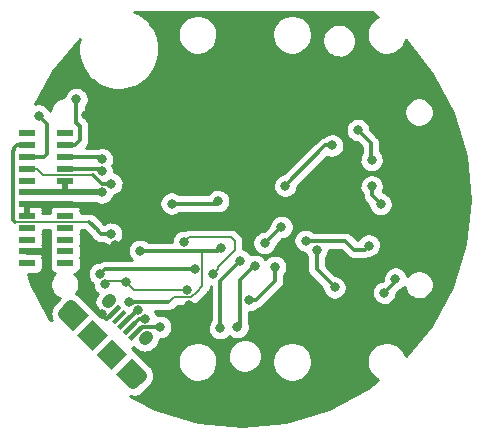
<source format=gbl>
G04 #@! TF.FileFunction,Copper,L2,Bot,Signal*
%FSLAX46Y46*%
G04 Gerber Fmt 4.6, Leading zero omitted, Abs format (unit mm)*
G04 Created by KiCad (PCBNEW 4.0.0-rc1-stable) date 23/05/2016 12:24:27*
%MOMM*%
G01*
G04 APERTURE LIST*
%ADD10C,0.100000*%
%ADD11R,1.370000X0.500000*%
%ADD12C,1.000000*%
%ADD13C,0.800000*%
%ADD14C,0.300000*%
%ADD15C,0.500000*%
%ADD16C,0.200000*%
%ADD17C,0.150000*%
%ADD18C,0.254000*%
G04 APERTURE END LIST*
D10*
D11*
X81850000Y-94500000D03*
X85050000Y-94500000D03*
X81850000Y-95500000D03*
X85050000Y-95500000D03*
X81850000Y-96500000D03*
X85050000Y-96500000D03*
X81850000Y-97500000D03*
X85050000Y-97500000D03*
X81850000Y-98500000D03*
X85050000Y-98500000D03*
X81850000Y-99500000D03*
X85050000Y-99500000D03*
X81850000Y-100500000D03*
X85050000Y-100500000D03*
X81850000Y-101500000D03*
X85050000Y-101500000D03*
X81850000Y-102500000D03*
X85050000Y-102500000D03*
X81850000Y-103500000D03*
X85050000Y-103500000D03*
X81850000Y-104500000D03*
X85050000Y-104500000D03*
X81850000Y-105500000D03*
X85050000Y-105500000D03*
D10*
G36*
X90705553Y-110167937D02*
X89750959Y-111122531D01*
X89468117Y-110839689D01*
X90422711Y-109885095D01*
X90705553Y-110167937D01*
X90705553Y-110167937D01*
G37*
G36*
X90245933Y-109708318D02*
X89291339Y-110662912D01*
X89008497Y-110380070D01*
X89963091Y-109425476D01*
X90245933Y-109708318D01*
X90245933Y-109708318D01*
G37*
G36*
X91165172Y-110627557D02*
X90210578Y-111582151D01*
X89927736Y-111299309D01*
X90882330Y-110344715D01*
X91165172Y-110627557D01*
X91165172Y-110627557D01*
G37*
G36*
X91624791Y-111087176D02*
X90670197Y-112041770D01*
X90387355Y-111758928D01*
X91341949Y-110804334D01*
X91624791Y-111087176D01*
X91624791Y-111087176D01*
G37*
G36*
X89786314Y-109248699D02*
X88831720Y-110203293D01*
X88548878Y-109920451D01*
X89503472Y-108965857D01*
X89786314Y-109248699D01*
X89786314Y-109248699D01*
G37*
D12*
X88654944Y-108789079D02*
X88831720Y-108612303D01*
X91801569Y-111935704D02*
X91978345Y-111758928D01*
D10*
G36*
X88690299Y-111546796D02*
X87346796Y-112890299D01*
X86074003Y-111617506D01*
X87417506Y-110274003D01*
X88690299Y-111546796D01*
X88690299Y-111546796D01*
G37*
G36*
X90316645Y-113173142D02*
X88973142Y-114516645D01*
X87700349Y-113243852D01*
X89043852Y-111900349D01*
X90316645Y-113173142D01*
X90316645Y-113173142D01*
G37*
G36*
X87028598Y-109885095D02*
X85685095Y-111228598D01*
X84571402Y-110114905D01*
X85914905Y-108771402D01*
X87028598Y-109885095D01*
X87028598Y-109885095D01*
G37*
D12*
X84924955Y-109761351D02*
X85561351Y-109124955D01*
D10*
G36*
X91819246Y-114675743D02*
X90475743Y-116019246D01*
X89362050Y-114905553D01*
X90705553Y-113562050D01*
X91819246Y-114675743D01*
X91819246Y-114675743D01*
G37*
D12*
X90829297Y-115665693D02*
X91465693Y-115029297D01*
D13*
X88141139Y-109791139D03*
X95570000Y-109040012D03*
X100000000Y-118000000D03*
X117000000Y-106750000D03*
X83125000Y-106750000D03*
X86600000Y-106800000D03*
X103750000Y-93450000D03*
X90633583Y-103370021D03*
X89250000Y-103990000D03*
X91350000Y-99625000D03*
X103075000Y-111400000D03*
X86800000Y-92975000D03*
X99350000Y-98240010D03*
X110975000Y-110675000D03*
X110025000Y-99750000D03*
X111775000Y-94325000D03*
X106425000Y-89000000D03*
X98850000Y-90750000D03*
X91300000Y-94240010D03*
X111000000Y-96775010D03*
X109825000Y-94225000D03*
X88122396Y-97687833D03*
X99850000Y-105300000D03*
X98175000Y-111000000D03*
X101100000Y-105725000D03*
X99625000Y-110900010D03*
X98000000Y-100250000D03*
X94051473Y-100448527D03*
X88951088Y-98748912D03*
X90420048Y-108780711D03*
X91375000Y-104450000D03*
X98200000Y-104250000D03*
X88151734Y-96698266D03*
X103675000Y-98925000D03*
X103351777Y-102423223D03*
X101925000Y-103800000D03*
X107646651Y-95529727D03*
X111000000Y-99000000D03*
X111750000Y-100500000D03*
X107850000Y-107550000D03*
X106325000Y-104340010D03*
X110750000Y-104000000D03*
X105400000Y-103600000D03*
X112050011Y-108000000D03*
X113000000Y-106800000D03*
X88159990Y-99500000D03*
X97578219Y-106399990D03*
X95119951Y-103700000D03*
X88925000Y-103000000D03*
X88424981Y-107249644D03*
X86000000Y-91600000D03*
X90175000Y-107069736D03*
X95400390Y-107740001D03*
X88000000Y-106400000D03*
X96000000Y-106000000D03*
X82800000Y-93000000D03*
X93080000Y-110890000D03*
X100625000Y-108625000D03*
X102800000Y-105800000D03*
X91830000Y-110180000D03*
X91174226Y-109473659D03*
D14*
X87957187Y-109607187D02*
X88141139Y-109791139D01*
X88141139Y-109791139D02*
X88540000Y-110190000D01*
X95570000Y-109040012D02*
X96135685Y-109040012D01*
X96135685Y-109040012D02*
X96835673Y-109740000D01*
X88540000Y-110190000D02*
X88562171Y-110190000D01*
X88562171Y-110190000D02*
X89167596Y-109584575D01*
X87957187Y-109587187D02*
X87957187Y-109607187D01*
X87957187Y-109587187D02*
X86600000Y-108230000D01*
X86600000Y-108230000D02*
X86600000Y-106800000D01*
X89167596Y-109584575D02*
X89164984Y-109587187D01*
D15*
X81850000Y-100500000D02*
X85050000Y-100500000D01*
X81850000Y-100500000D02*
X81850000Y-101500000D01*
X81850000Y-104500000D02*
X83035000Y-104500000D01*
X83035000Y-104500000D02*
X83530000Y-104995000D01*
X83530000Y-104995000D02*
X83530000Y-106345000D01*
X83530000Y-106345000D02*
X83125000Y-106750000D01*
D14*
X90475000Y-100500000D02*
X91350000Y-99625000D01*
X110925000Y-95325000D02*
X110925000Y-96700010D01*
X110925000Y-96700010D02*
X111000000Y-96775010D01*
X110925000Y-95325000D02*
X109825000Y-94225000D01*
X85050000Y-97500000D02*
X87934563Y-97500000D01*
X87934563Y-97500000D02*
X88122396Y-97687833D01*
X98175000Y-111000000D02*
X98175000Y-106975000D01*
X98175000Y-106975000D02*
X99850000Y-105300000D01*
X101100000Y-105725000D02*
X100900000Y-105925000D01*
X100900000Y-105925000D02*
X100850000Y-105925000D01*
X100850000Y-105925000D02*
X99825000Y-106950000D01*
X99825000Y-106950000D02*
X99825000Y-110700010D01*
D16*
X99825000Y-110700010D02*
X99625000Y-110900010D01*
D14*
X94051473Y-100448527D02*
X97801473Y-100448527D01*
X97801473Y-100448527D02*
X98000000Y-100250000D01*
D17*
X81850000Y-97500000D02*
X82685000Y-97500000D01*
X82685000Y-97500000D02*
X83194999Y-98009999D01*
X83194999Y-98009999D02*
X87382395Y-98009999D01*
D14*
X88132395Y-98759999D02*
X88940001Y-98759999D01*
X88940001Y-98759999D02*
X88951088Y-98748912D01*
X87382395Y-98009999D02*
X88132395Y-98759999D01*
D16*
X96650001Y-107445271D02*
X96650001Y-104489621D01*
X96172206Y-107930187D02*
X96172206Y-107923066D01*
X96172206Y-107923066D02*
X96650001Y-107445271D01*
X94260002Y-108390002D02*
X93876346Y-108773658D01*
X93876346Y-108773658D02*
X93748018Y-108773658D01*
X95712391Y-108390002D02*
X94260002Y-108390002D01*
X96172206Y-107930187D02*
X95712391Y-108390002D01*
D14*
X90751883Y-108860000D02*
X90838225Y-108773658D01*
X90420048Y-108780711D02*
X90499337Y-108860000D01*
X90838225Y-108773658D02*
X93748018Y-108773658D01*
X90499337Y-108860000D02*
X90751883Y-108860000D01*
X91375000Y-104450000D02*
X96610380Y-104450000D01*
D16*
X96650001Y-104489621D02*
X96610380Y-104450000D01*
D14*
X96610380Y-104450000D02*
X98000000Y-104450000D01*
X98000000Y-104450000D02*
X98200000Y-104250000D01*
X85050000Y-96500000D02*
X87953468Y-96500000D01*
X87953468Y-96500000D02*
X88151734Y-96698266D01*
X103675000Y-98925000D02*
X107070273Y-95529727D01*
X107070273Y-95529727D02*
X107646651Y-95529727D01*
X101925000Y-103800000D02*
X101975000Y-103800000D01*
X101975000Y-103800000D02*
X103351777Y-102423223D01*
X111000000Y-99000000D02*
X111000000Y-99750000D01*
X111000000Y-99750000D02*
X111750000Y-100500000D01*
X106325000Y-104340010D02*
X106325000Y-106025000D01*
X106325000Y-106025000D02*
X107850000Y-107550000D01*
X110750000Y-104000000D02*
X110399999Y-104350001D01*
X110399999Y-104350001D02*
X109551723Y-104350001D01*
X109518468Y-104383256D02*
X108735212Y-103600000D01*
X109551723Y-104350001D02*
X109518468Y-104383256D01*
X108735212Y-103600000D02*
X105400000Y-103600000D01*
X113000000Y-106800000D02*
X113000000Y-107050011D01*
X113000000Y-107050011D02*
X112050011Y-108000000D01*
D15*
X85050000Y-99500000D02*
X88159990Y-99500000D01*
X85050000Y-98500000D02*
X85050000Y-99500000D01*
X81850000Y-99500000D02*
X85050000Y-99500000D01*
D16*
X97578219Y-106399990D02*
X97978218Y-105999991D01*
X97978218Y-105999991D02*
X97978218Y-105821782D01*
X97978218Y-105821782D02*
X99400000Y-104400000D01*
X99400000Y-104400000D02*
X99400000Y-103600000D01*
X99400000Y-103600000D02*
X99100001Y-103300001D01*
X95519950Y-103300001D02*
X95119951Y-103700000D01*
X99100001Y-103300001D02*
X95519950Y-103300001D01*
D14*
X80650000Y-101830000D02*
X80815001Y-101995001D01*
D17*
X87052023Y-101995001D02*
X87067021Y-102009999D01*
X80815001Y-101995001D02*
X87052023Y-101995001D01*
X87052021Y-102024999D02*
X87067021Y-102009999D01*
D14*
X80650000Y-100200000D02*
X80650000Y-101830000D01*
X80650000Y-96020000D02*
X80650000Y-100200000D01*
X80730000Y-95940000D02*
X80650000Y-96020000D01*
X80730000Y-95770000D02*
X80730000Y-95940000D01*
X81000000Y-95500000D02*
X80730000Y-95770000D01*
X81850000Y-95500000D02*
X81000000Y-95500000D01*
X88925000Y-103000000D02*
X88359315Y-103000000D01*
X88359315Y-103000000D02*
X88334315Y-103025000D01*
X88334315Y-103025000D02*
X88075000Y-103025000D01*
X88075000Y-103025000D02*
X87782022Y-102732022D01*
X87782022Y-102732022D02*
X87782022Y-102725000D01*
X87067021Y-102009999D02*
X87782022Y-102725000D01*
X85880000Y-95500000D02*
X86300000Y-95080000D01*
X86300000Y-95080000D02*
X86300000Y-93900000D01*
X85050000Y-95500000D02*
X85880000Y-95500000D01*
D16*
X88424981Y-107249644D02*
X88674625Y-107000000D01*
X88674625Y-107000000D02*
X90105264Y-107000000D01*
X90105264Y-107000000D02*
X90175000Y-107069736D01*
D14*
X86000000Y-92200000D02*
X86000000Y-91600000D01*
X86000000Y-93600000D02*
X86000000Y-92200000D01*
X86300000Y-93900000D02*
X86000000Y-93600000D01*
D16*
X95400390Y-107740001D02*
X90845265Y-107740001D01*
X90845265Y-107740001D02*
X90175000Y-107069736D01*
D14*
X89643089Y-106000000D02*
X88400000Y-106000000D01*
X88400000Y-106000000D02*
X88000000Y-106400000D01*
X96000000Y-106000000D02*
X89643089Y-106000000D01*
X83500000Y-96250000D02*
X83500000Y-93700000D01*
X83500000Y-93700000D02*
X82800000Y-93000000D01*
X81850000Y-96500000D02*
X83150000Y-96500000D01*
X83250000Y-96500000D02*
X83500000Y-96250000D01*
X83150000Y-96500000D02*
X83250000Y-96500000D01*
X93080000Y-110890000D02*
X91539125Y-110890000D01*
X91539125Y-110890000D02*
X91006073Y-111423052D01*
X100625000Y-108625000D02*
X101190685Y-108625000D01*
X101190685Y-108625000D02*
X102800000Y-107015685D01*
X102800000Y-107015685D02*
X102800000Y-106365685D01*
X102800000Y-106365685D02*
X102800000Y-105800000D01*
X91279887Y-110230000D02*
X91319888Y-110189999D01*
X91319888Y-110189999D02*
X91839999Y-110189999D01*
X91839999Y-110189999D02*
X91850000Y-110200000D01*
X90546454Y-110963433D02*
X91279887Y-110230000D01*
X90546454Y-110963433D02*
X90546454Y-110932552D01*
X90086835Y-110503813D02*
X90144072Y-110503813D01*
X90144072Y-110503813D02*
X91174226Y-109473659D01*
D18*
G36*
X111532856Y-84622336D02*
X111465569Y-84649522D01*
X111189064Y-84830462D01*
X110952970Y-85061662D01*
X110766279Y-85334317D01*
X110636102Y-85638042D01*
X110567399Y-85961266D01*
X110562785Y-86291679D01*
X110622437Y-86616696D01*
X110744082Y-86923937D01*
X110923087Y-87201698D01*
X111152634Y-87439401D01*
X111423979Y-87627991D01*
X111726787Y-87760284D01*
X112049524Y-87831243D01*
X112379897Y-87838163D01*
X112705322Y-87780782D01*
X113013405Y-87661284D01*
X113292409Y-87484223D01*
X113531708Y-87256341D01*
X113722188Y-86986319D01*
X113856592Y-86684442D01*
X113870915Y-86621399D01*
X116138043Y-89441665D01*
X117881491Y-92777314D01*
X118943833Y-96388061D01*
X119284613Y-100136397D01*
X118890847Y-103879535D01*
X117777537Y-107474897D01*
X115987082Y-110785550D01*
X113866070Y-113348937D01*
X113744965Y-113055113D01*
X113562100Y-112779878D01*
X113329256Y-112545403D01*
X113055305Y-112360620D01*
X112750679Y-112232568D01*
X112426983Y-112166122D01*
X112096545Y-112163815D01*
X111771953Y-112225735D01*
X111465569Y-112349522D01*
X111189064Y-112530462D01*
X110952970Y-112761662D01*
X110766279Y-113034317D01*
X110636102Y-113338042D01*
X110567399Y-113661266D01*
X110562785Y-113991679D01*
X110622437Y-114316696D01*
X110744082Y-114623937D01*
X110923087Y-114901698D01*
X111152634Y-115139401D01*
X111423979Y-115327991D01*
X111521189Y-115370461D01*
X110670741Y-116063940D01*
X107347351Y-117830629D01*
X103744099Y-118918155D01*
X99998236Y-119285095D01*
X96252444Y-118917472D01*
X92640611Y-117826635D01*
X90510000Y-116762629D01*
X90510000Y-116756505D01*
X90591771Y-116782130D01*
X90811989Y-116806053D01*
X91032659Y-116786748D01*
X91245377Y-116724948D01*
X91442039Y-116623008D01*
X91615156Y-116484809D01*
X91626440Y-116473682D01*
X92273682Y-115826440D01*
X92414283Y-115655270D01*
X92518960Y-115460050D01*
X92583723Y-115248216D01*
X92606109Y-115027836D01*
X92585263Y-114807306D01*
X92521979Y-114595025D01*
X92418668Y-114399078D01*
X92279265Y-114226931D01*
X92240537Y-114194664D01*
X92037552Y-113991679D01*
X94562785Y-113991679D01*
X94622437Y-114316696D01*
X94744082Y-114623937D01*
X94923087Y-114901698D01*
X95152634Y-115139401D01*
X95423979Y-115327991D01*
X95726787Y-115460284D01*
X96049524Y-115531243D01*
X96379897Y-115538163D01*
X96705322Y-115480782D01*
X97013405Y-115361284D01*
X97292409Y-115184223D01*
X97531708Y-114956341D01*
X97722188Y-114686319D01*
X97856592Y-114384442D01*
X97929802Y-114062208D01*
X97935072Y-113684777D01*
X97892576Y-113470154D01*
X98819122Y-113470154D01*
X98869711Y-113745792D01*
X98972875Y-114006353D01*
X99124684Y-114241915D01*
X99319356Y-114443504D01*
X99549475Y-114603441D01*
X99806278Y-114715635D01*
X100079982Y-114775813D01*
X100360162Y-114781682D01*
X100636146Y-114733019D01*
X100897421Y-114631676D01*
X101134037Y-114481516D01*
X101336980Y-114288256D01*
X101498520Y-114059258D01*
X101528608Y-113991679D01*
X102562785Y-113991679D01*
X102622437Y-114316696D01*
X102744082Y-114623937D01*
X102923087Y-114901698D01*
X103152634Y-115139401D01*
X103423979Y-115327991D01*
X103726787Y-115460284D01*
X104049524Y-115531243D01*
X104379897Y-115538163D01*
X104705322Y-115480782D01*
X105013405Y-115361284D01*
X105292409Y-115184223D01*
X105531708Y-114956341D01*
X105722188Y-114686319D01*
X105856592Y-114384442D01*
X105929802Y-114062208D01*
X105935072Y-113684777D01*
X105870888Y-113360625D01*
X105744965Y-113055113D01*
X105562100Y-112779878D01*
X105329256Y-112545403D01*
X105055305Y-112360620D01*
X104750679Y-112232568D01*
X104426983Y-112166122D01*
X104096545Y-112163815D01*
X103771953Y-112225735D01*
X103465569Y-112349522D01*
X103189064Y-112530462D01*
X102952970Y-112761662D01*
X102766279Y-113034317D01*
X102636102Y-113338042D01*
X102567399Y-113661266D01*
X102562785Y-113991679D01*
X101528608Y-113991679D01*
X101612504Y-113803245D01*
X101674591Y-113529968D01*
X101679061Y-113209879D01*
X101624628Y-112934975D01*
X101517837Y-112675879D01*
X101362754Y-112442460D01*
X101165286Y-112243609D01*
X100932955Y-112086900D01*
X100674611Y-111978302D01*
X100400094Y-111921952D01*
X100119859Y-111919996D01*
X99844582Y-111972508D01*
X99584747Y-112077488D01*
X99350251Y-112230938D01*
X99150026Y-112427012D01*
X98991699Y-112658243D01*
X98881300Y-112915823D01*
X98823035Y-113189940D01*
X98819122Y-113470154D01*
X97892576Y-113470154D01*
X97870888Y-113360625D01*
X97744965Y-113055113D01*
X97562100Y-112779878D01*
X97329256Y-112545403D01*
X97055305Y-112360620D01*
X96750679Y-112232568D01*
X96426983Y-112166122D01*
X96096545Y-112163815D01*
X95771953Y-112225735D01*
X95465569Y-112349522D01*
X95189064Y-112530462D01*
X94952970Y-112761662D01*
X94766279Y-113034317D01*
X94636102Y-113338042D01*
X94567399Y-113661266D01*
X94562785Y-113991679D01*
X92037552Y-113991679D01*
X91156738Y-113110865D01*
X91079532Y-113045063D01*
X90920697Y-112961343D01*
X90911203Y-112959391D01*
X90875664Y-112865517D01*
X90767830Y-112721957D01*
X90717594Y-112671721D01*
X90809904Y-112664360D01*
X90902064Y-112629470D01*
X90989107Y-112736959D01*
X91159293Y-112878753D01*
X91353777Y-112984789D01*
X91565154Y-113051030D01*
X91785372Y-113074953D01*
X92006042Y-113055648D01*
X92218760Y-112993848D01*
X92415422Y-112891908D01*
X92588539Y-112753709D01*
X92599823Y-112742582D01*
X92785223Y-112557182D01*
X92925824Y-112386012D01*
X93030501Y-112190791D01*
X93095265Y-111978958D01*
X93100674Y-111925705D01*
X93159788Y-111926943D01*
X93359679Y-111891697D01*
X93548916Y-111818296D01*
X93720293Y-111709537D01*
X93867281Y-111569563D01*
X93984282Y-111403703D01*
X94066839Y-111218278D01*
X94111807Y-111020348D01*
X94115044Y-110788513D01*
X94075620Y-110589405D01*
X93998273Y-110401746D01*
X93885948Y-110232684D01*
X93742926Y-110088660D01*
X93574653Y-109975158D01*
X93387539Y-109896503D01*
X93188710Y-109855689D01*
X92985741Y-109854272D01*
X92826653Y-109884620D01*
X92825620Y-109879405D01*
X92748273Y-109691746D01*
X92659849Y-109558658D01*
X93748018Y-109558658D01*
X93900492Y-109543708D01*
X94047158Y-109499427D01*
X94103781Y-109469320D01*
X94149301Y-109456095D01*
X94152733Y-109454316D01*
X94156433Y-109453199D01*
X94216429Y-109421298D01*
X94276655Y-109390080D01*
X94279671Y-109387672D01*
X94283089Y-109385855D01*
X94335744Y-109342910D01*
X94388762Y-109300587D01*
X94394140Y-109295283D01*
X94394252Y-109295192D01*
X94394338Y-109295088D01*
X94396069Y-109293381D01*
X94564448Y-109125002D01*
X95712391Y-109125002D01*
X95779966Y-109118376D01*
X95847595Y-109112459D01*
X95851304Y-109111381D01*
X95855153Y-109111004D01*
X95920165Y-109091376D01*
X95985346Y-109072439D01*
X95988778Y-109070660D01*
X95992478Y-109069543D01*
X96052474Y-109037642D01*
X96112700Y-109006424D01*
X96115716Y-109004016D01*
X96119134Y-109002199D01*
X96171789Y-108959254D01*
X96224807Y-108916931D01*
X96230185Y-108911627D01*
X96230297Y-108911536D01*
X96230383Y-108911432D01*
X96232114Y-108909725D01*
X96691930Y-108449910D01*
X96724687Y-108410031D01*
X97169724Y-107964995D01*
X97212820Y-107912529D01*
X97256459Y-107860522D01*
X97258320Y-107857136D01*
X97260774Y-107854149D01*
X97292866Y-107794298D01*
X97325565Y-107734818D01*
X97326734Y-107731134D01*
X97328560Y-107727728D01*
X97348413Y-107662793D01*
X97368939Y-107598086D01*
X97369370Y-107594246D01*
X97370500Y-107590549D01*
X97377361Y-107523000D01*
X97384929Y-107455533D01*
X97384982Y-107447975D01*
X97384996Y-107447837D01*
X97384984Y-107447709D01*
X97385001Y-107445271D01*
X97385001Y-107417274D01*
X97390000Y-107418374D01*
X97390000Y-110320046D01*
X97378308Y-110331496D01*
X97263634Y-110498972D01*
X97183674Y-110685533D01*
X97141473Y-110884071D01*
X97138639Y-111087026D01*
X97175280Y-111286665D01*
X97250000Y-111475386D01*
X97359953Y-111645999D01*
X97500950Y-111792006D01*
X97667622Y-111907846D01*
X97853620Y-111989106D01*
X98051859Y-112032692D01*
X98254788Y-112036943D01*
X98454679Y-112001697D01*
X98643916Y-111928296D01*
X98815293Y-111819537D01*
X98950114Y-111691150D01*
X98950950Y-111692016D01*
X99117622Y-111807856D01*
X99303620Y-111889116D01*
X99501859Y-111932702D01*
X99704788Y-111936953D01*
X99904679Y-111901707D01*
X100093916Y-111828306D01*
X100265293Y-111719547D01*
X100412281Y-111579573D01*
X100529282Y-111413713D01*
X100611839Y-111228288D01*
X100656807Y-111030358D01*
X100660044Y-110798523D01*
X100620620Y-110599415D01*
X100610000Y-110573649D01*
X100610000Y-109659957D01*
X100704788Y-109661943D01*
X100904679Y-109626697D01*
X101093916Y-109553296D01*
X101265293Y-109444537D01*
X101313659Y-109398479D01*
X101335087Y-109396604D01*
X101339049Y-109395453D01*
X101343159Y-109395050D01*
X101412620Y-109374079D01*
X101482209Y-109353861D01*
X101485871Y-109351963D01*
X101489825Y-109350769D01*
X101553823Y-109316740D01*
X101618227Y-109283357D01*
X101621457Y-109280778D01*
X101625097Y-109278843D01*
X101681294Y-109233010D01*
X101737959Y-109187774D01*
X101743703Y-109182110D01*
X101743823Y-109182013D01*
X101743914Y-109181903D01*
X101745764Y-109180079D01*
X103355079Y-107570764D01*
X103401115Y-107514719D01*
X103447714Y-107459184D01*
X103449702Y-107455568D01*
X103452323Y-107452377D01*
X103486606Y-107388440D01*
X103521521Y-107324929D01*
X103522768Y-107320997D01*
X103524720Y-107317357D01*
X103545911Y-107248044D01*
X103567846Y-107178896D01*
X103568307Y-107174788D01*
X103569512Y-107170846D01*
X103576836Y-107098741D01*
X103584923Y-107026645D01*
X103584980Y-107018576D01*
X103584995Y-107018425D01*
X103584982Y-107018285D01*
X103585000Y-107015685D01*
X103585000Y-106481735D01*
X103587281Y-106479563D01*
X103704282Y-106313703D01*
X103786839Y-106128278D01*
X103831807Y-105930348D01*
X103835044Y-105698513D01*
X103795620Y-105499405D01*
X103718273Y-105311746D01*
X103605948Y-105142684D01*
X103462926Y-104998660D01*
X103294653Y-104885158D01*
X103107539Y-104806503D01*
X102908710Y-104765689D01*
X102705741Y-104764272D01*
X102506363Y-104802306D01*
X102318168Y-104878341D01*
X102148327Y-104989482D01*
X102003308Y-105131496D01*
X101975413Y-105172236D01*
X101905948Y-105067684D01*
X101762926Y-104923660D01*
X101594653Y-104810158D01*
X101407539Y-104731503D01*
X101208710Y-104690689D01*
X101005741Y-104689272D01*
X100806363Y-104727306D01*
X100732104Y-104757308D01*
X100655948Y-104642684D01*
X100512926Y-104498660D01*
X100344653Y-104385158D01*
X100157539Y-104306503D01*
X100135000Y-104301876D01*
X100135000Y-103887026D01*
X100888639Y-103887026D01*
X100925280Y-104086665D01*
X101000000Y-104275386D01*
X101109953Y-104445999D01*
X101250950Y-104592006D01*
X101417622Y-104707846D01*
X101603620Y-104789106D01*
X101801859Y-104832692D01*
X102004788Y-104836943D01*
X102204679Y-104801697D01*
X102393916Y-104728296D01*
X102565293Y-104619537D01*
X102712281Y-104479563D01*
X102829282Y-104313703D01*
X102911839Y-104128278D01*
X102956807Y-103930348D01*
X102956835Y-103928323D01*
X103198132Y-103687026D01*
X104363639Y-103687026D01*
X104400280Y-103886665D01*
X104475000Y-104075386D01*
X104584953Y-104245999D01*
X104725950Y-104392006D01*
X104892622Y-104507846D01*
X105078620Y-104589106D01*
X105276859Y-104632692D01*
X105328087Y-104633765D01*
X105400000Y-104815396D01*
X105509953Y-104986009D01*
X105540000Y-105017124D01*
X105540000Y-106025000D01*
X105547078Y-106097183D01*
X105553396Y-106169402D01*
X105554547Y-106173364D01*
X105554950Y-106177474D01*
X105575921Y-106246935D01*
X105596139Y-106316524D01*
X105598037Y-106320186D01*
X105599231Y-106324140D01*
X105633225Y-106388072D01*
X105666643Y-106452542D01*
X105669222Y-106455772D01*
X105671157Y-106459412D01*
X105716973Y-106515588D01*
X105762226Y-106572274D01*
X105767890Y-106578018D01*
X105767987Y-106578138D01*
X105768097Y-106578229D01*
X105769921Y-106580079D01*
X106813821Y-107623979D01*
X106813639Y-107637026D01*
X106850280Y-107836665D01*
X106925000Y-108025386D01*
X107034953Y-108195999D01*
X107175950Y-108342006D01*
X107342622Y-108457846D01*
X107528620Y-108539106D01*
X107726859Y-108582692D01*
X107929788Y-108586943D01*
X108129679Y-108551697D01*
X108318916Y-108478296D01*
X108490293Y-108369537D01*
X108637281Y-108229563D01*
X108737829Y-108087026D01*
X111013650Y-108087026D01*
X111050291Y-108286665D01*
X111125011Y-108475386D01*
X111234964Y-108645999D01*
X111375961Y-108792006D01*
X111542633Y-108907846D01*
X111728631Y-108989106D01*
X111926870Y-109032692D01*
X112129799Y-109036943D01*
X112329690Y-109001697D01*
X112518927Y-108928296D01*
X112690304Y-108819537D01*
X112837292Y-108679563D01*
X112954293Y-108513703D01*
X113036850Y-108328278D01*
X113081818Y-108130348D01*
X113082554Y-108077615D01*
X113408400Y-107751769D01*
X113468916Y-107728296D01*
X113640293Y-107619537D01*
X113777981Y-107488419D01*
X113807097Y-107647059D01*
X113896256Y-107872248D01*
X114027455Y-108075829D01*
X114195699Y-108250051D01*
X114394578Y-108388275D01*
X114616517Y-108485238D01*
X114853064Y-108537246D01*
X115095206Y-108542319D01*
X115333723Y-108500262D01*
X115559528Y-108412678D01*
X115764021Y-108282902D01*
X115939413Y-108115879D01*
X116079022Y-107917970D01*
X116177532Y-107696713D01*
X116231191Y-107460536D01*
X116235053Y-107183902D01*
X116188011Y-106946318D01*
X116095717Y-106722397D01*
X115961688Y-106520667D01*
X115791028Y-106348812D01*
X115590238Y-106213377D01*
X115366967Y-106119522D01*
X115129717Y-106070822D01*
X114887527Y-106069131D01*
X114649621Y-106114514D01*
X114425061Y-106205243D01*
X114222400Y-106337860D01*
X114049357Y-106507316D01*
X114008889Y-106566418D01*
X113995620Y-106499405D01*
X113918273Y-106311746D01*
X113805948Y-106142684D01*
X113662926Y-105998660D01*
X113494653Y-105885158D01*
X113307539Y-105806503D01*
X113108710Y-105765689D01*
X112905741Y-105764272D01*
X112706363Y-105802306D01*
X112518168Y-105878341D01*
X112348327Y-105989482D01*
X112203308Y-106131496D01*
X112088634Y-106298972D01*
X112008674Y-106485533D01*
X111966473Y-106684071D01*
X111963639Y-106887026D01*
X111977470Y-106962383D01*
X111975444Y-106964409D01*
X111955752Y-106964272D01*
X111756374Y-107002306D01*
X111568179Y-107078341D01*
X111398338Y-107189482D01*
X111253319Y-107331496D01*
X111138645Y-107498972D01*
X111058685Y-107685533D01*
X111016484Y-107884071D01*
X111013650Y-108087026D01*
X108737829Y-108087026D01*
X108754282Y-108063703D01*
X108836839Y-107878278D01*
X108881807Y-107680348D01*
X108885044Y-107448513D01*
X108845620Y-107249405D01*
X108768273Y-107061746D01*
X108655948Y-106892684D01*
X108512926Y-106748660D01*
X108344653Y-106635158D01*
X108157539Y-106556503D01*
X107958710Y-106515689D01*
X107925616Y-106515458D01*
X107110000Y-105699842D01*
X107110000Y-105021745D01*
X107112281Y-105019573D01*
X107229282Y-104853713D01*
X107311839Y-104668288D01*
X107356807Y-104470358D01*
X107357999Y-104385000D01*
X108410054Y-104385000D01*
X108963389Y-104938335D01*
X109020544Y-104985283D01*
X109077233Y-105032514D01*
X109079647Y-105033830D01*
X109081776Y-105035579D01*
X109146938Y-105070519D01*
X109211744Y-105105852D01*
X109214369Y-105106675D01*
X109216796Y-105107976D01*
X109287389Y-105129558D01*
X109357938Y-105151667D01*
X109360680Y-105151965D01*
X109363307Y-105152768D01*
X109436713Y-105160225D01*
X109510248Y-105168213D01*
X109512991Y-105167973D01*
X109515728Y-105168251D01*
X109589249Y-105161301D01*
X109662870Y-105154860D01*
X109665514Y-105154092D01*
X109668253Y-105153833D01*
X109731425Y-105135001D01*
X110399999Y-105135001D01*
X110472182Y-105127923D01*
X110544401Y-105121605D01*
X110548363Y-105120454D01*
X110552473Y-105120051D01*
X110621934Y-105099080D01*
X110691523Y-105078862D01*
X110695185Y-105076964D01*
X110699139Y-105075770D01*
X110763137Y-105041741D01*
X110774624Y-105035787D01*
X110829788Y-105036943D01*
X111029679Y-105001697D01*
X111218916Y-104928296D01*
X111390293Y-104819537D01*
X111537281Y-104679563D01*
X111654282Y-104513703D01*
X111736839Y-104328278D01*
X111781807Y-104130348D01*
X111785044Y-103898513D01*
X111745620Y-103699405D01*
X111668273Y-103511746D01*
X111555948Y-103342684D01*
X111412926Y-103198660D01*
X111244653Y-103085158D01*
X111057539Y-103006503D01*
X110858710Y-102965689D01*
X110655741Y-102964272D01*
X110456363Y-103002306D01*
X110268168Y-103078341D01*
X110098327Y-103189482D01*
X109953308Y-103331496D01*
X109838634Y-103498972D01*
X109810345Y-103564975D01*
X109290291Y-103044921D01*
X109234246Y-102998885D01*
X109178711Y-102952286D01*
X109175095Y-102950298D01*
X109171904Y-102947677D01*
X109107967Y-102913394D01*
X109044456Y-102878479D01*
X109040524Y-102877232D01*
X109036884Y-102875280D01*
X108967571Y-102854089D01*
X108898423Y-102832154D01*
X108894315Y-102831693D01*
X108890373Y-102830488D01*
X108818268Y-102823164D01*
X108746172Y-102815077D01*
X108738103Y-102815020D01*
X108737952Y-102815005D01*
X108737812Y-102815018D01*
X108735212Y-102815000D01*
X106079152Y-102815000D01*
X106062926Y-102798660D01*
X105894653Y-102685158D01*
X105707539Y-102606503D01*
X105508710Y-102565689D01*
X105305741Y-102564272D01*
X105106363Y-102602306D01*
X104918168Y-102678341D01*
X104748327Y-102789482D01*
X104603308Y-102931496D01*
X104488634Y-103098972D01*
X104408674Y-103285533D01*
X104366473Y-103484071D01*
X104363639Y-103687026D01*
X103198132Y-103687026D01*
X103425127Y-103460031D01*
X103431565Y-103460166D01*
X103631456Y-103424920D01*
X103820693Y-103351519D01*
X103992070Y-103242760D01*
X104139058Y-103102786D01*
X104256059Y-102936926D01*
X104338616Y-102751501D01*
X104383584Y-102553571D01*
X104386821Y-102321736D01*
X104347397Y-102122628D01*
X104270050Y-101934969D01*
X104157725Y-101765907D01*
X104014703Y-101621883D01*
X103846430Y-101508381D01*
X103659316Y-101429726D01*
X103460487Y-101388912D01*
X103257518Y-101387495D01*
X103058140Y-101425529D01*
X102869945Y-101501564D01*
X102700104Y-101612705D01*
X102555085Y-101754719D01*
X102440411Y-101922195D01*
X102360451Y-102108756D01*
X102318250Y-102307294D01*
X102317693Y-102347149D01*
X101900086Y-102764756D01*
X101830741Y-102764272D01*
X101631363Y-102802306D01*
X101443168Y-102878341D01*
X101273327Y-102989482D01*
X101128308Y-103131496D01*
X101013634Y-103298972D01*
X100933674Y-103485533D01*
X100891473Y-103684071D01*
X100888639Y-103887026D01*
X100135000Y-103887026D01*
X100135000Y-103600000D01*
X100128379Y-103532475D01*
X100122458Y-103464796D01*
X100121379Y-103461082D01*
X100121002Y-103457238D01*
X100101386Y-103392268D01*
X100082437Y-103327045D01*
X100080658Y-103323613D01*
X100079541Y-103319913D01*
X100047661Y-103259956D01*
X100016423Y-103199691D01*
X100014012Y-103196671D01*
X100012197Y-103193257D01*
X99969275Y-103140629D01*
X99926929Y-103087584D01*
X99921622Y-103082202D01*
X99921534Y-103082094D01*
X99921434Y-103082012D01*
X99919724Y-103080277D01*
X99619724Y-102780278D01*
X99567305Y-102737221D01*
X99515252Y-102693543D01*
X99511863Y-102691680D01*
X99508878Y-102689228D01*
X99449056Y-102657152D01*
X99389548Y-102624437D01*
X99385864Y-102623268D01*
X99382458Y-102621442D01*
X99317523Y-102601589D01*
X99252816Y-102581063D01*
X99248976Y-102580632D01*
X99245279Y-102579502D01*
X99177735Y-102572641D01*
X99110263Y-102565073D01*
X99102703Y-102565020D01*
X99102566Y-102565006D01*
X99102438Y-102565018D01*
X99100001Y-102565001D01*
X95519950Y-102565001D01*
X95452375Y-102571627D01*
X95384746Y-102577544D01*
X95381037Y-102578622D01*
X95377188Y-102578999D01*
X95312176Y-102598627D01*
X95246995Y-102617564D01*
X95243563Y-102619343D01*
X95239863Y-102620460D01*
X95179867Y-102652361D01*
X95155144Y-102665176D01*
X95025692Y-102664272D01*
X94826314Y-102702306D01*
X94638119Y-102778341D01*
X94468278Y-102889482D01*
X94323259Y-103031496D01*
X94208585Y-103198972D01*
X94128625Y-103385533D01*
X94086424Y-103584071D01*
X94085294Y-103665000D01*
X92054152Y-103665000D01*
X92037926Y-103648660D01*
X91869653Y-103535158D01*
X91682539Y-103456503D01*
X91483710Y-103415689D01*
X91280741Y-103414272D01*
X91081363Y-103452306D01*
X90893168Y-103528341D01*
X90723327Y-103639482D01*
X90578308Y-103781496D01*
X90463634Y-103948972D01*
X90383674Y-104135533D01*
X90341473Y-104334071D01*
X90338639Y-104537026D01*
X90375280Y-104736665D01*
X90450000Y-104925386D01*
X90559953Y-105095999D01*
X90674871Y-105215000D01*
X88400000Y-105215000D01*
X88327817Y-105222078D01*
X88255598Y-105228396D01*
X88251636Y-105229547D01*
X88247526Y-105229950D01*
X88178065Y-105250921D01*
X88108476Y-105271139D01*
X88104814Y-105273037D01*
X88100860Y-105274231D01*
X88036822Y-105308281D01*
X87972458Y-105341644D01*
X87969231Y-105344220D01*
X87965588Y-105346157D01*
X87943057Y-105364533D01*
X87905741Y-105364272D01*
X87706363Y-105402306D01*
X87518168Y-105478341D01*
X87348327Y-105589482D01*
X87203308Y-105731496D01*
X87088634Y-105898972D01*
X87008674Y-106085533D01*
X86966473Y-106284071D01*
X86963639Y-106487026D01*
X87000280Y-106686665D01*
X87075000Y-106875386D01*
X87184953Y-107045999D01*
X87325950Y-107192006D01*
X87390018Y-107236535D01*
X87388620Y-107336670D01*
X87425261Y-107536309D01*
X87499981Y-107725030D01*
X87609934Y-107895643D01*
X87750931Y-108041650D01*
X87786189Y-108066155D01*
X87707465Y-108161996D01*
X87602788Y-108357216D01*
X87538024Y-108569049D01*
X87515639Y-108789429D01*
X87536485Y-109009959D01*
X87599769Y-109222241D01*
X87703080Y-109418187D01*
X87842482Y-109590334D01*
X87958320Y-109686847D01*
X87938280Y-109735228D01*
X87913877Y-109857909D01*
X87913877Y-109868004D01*
X87868691Y-109822818D01*
X87791485Y-109757016D01*
X87632650Y-109673296D01*
X87623156Y-109671344D01*
X87587617Y-109577470D01*
X87479783Y-109433910D01*
X86402430Y-108356557D01*
X86374923Y-108322589D01*
X86204738Y-108180796D01*
X86010254Y-108074759D01*
X85975994Y-108064023D01*
X86079022Y-107917970D01*
X86177532Y-107696713D01*
X86231191Y-107460536D01*
X86235053Y-107183902D01*
X86188011Y-106946318D01*
X86095717Y-106722397D01*
X85961688Y-106520667D01*
X85823043Y-106381051D01*
X85836121Y-106380008D01*
X86007634Y-106326894D01*
X86157559Y-106228100D01*
X86274025Y-106091450D01*
X86347810Y-105927763D01*
X86373072Y-105750000D01*
X86373072Y-105250000D01*
X86365008Y-105148879D01*
X86317415Y-104995193D01*
X86347810Y-104927763D01*
X86373072Y-104750000D01*
X86373072Y-104250000D01*
X86365008Y-104148879D01*
X86317415Y-103995193D01*
X86347810Y-103927763D01*
X86373072Y-103750000D01*
X86373072Y-103250000D01*
X86365008Y-103148879D01*
X86317415Y-102995193D01*
X86347810Y-102927763D01*
X86373072Y-102750000D01*
X86373072Y-102705001D01*
X86651865Y-102705001D01*
X87191890Y-103245026D01*
X87219248Y-103279296D01*
X87224912Y-103285040D01*
X87225009Y-103285160D01*
X87225119Y-103285251D01*
X87226943Y-103287101D01*
X87519921Y-103580078D01*
X87575958Y-103626108D01*
X87631501Y-103672714D01*
X87635114Y-103674700D01*
X87638307Y-103677323D01*
X87702284Y-103711627D01*
X87765756Y-103746521D01*
X87769686Y-103747768D01*
X87773327Y-103749720D01*
X87842655Y-103770915D01*
X87911789Y-103792846D01*
X87915897Y-103793307D01*
X87919839Y-103794512D01*
X87991944Y-103801836D01*
X88064040Y-103809923D01*
X88072109Y-103809980D01*
X88072260Y-103809995D01*
X88072400Y-103809982D01*
X88075000Y-103810000D01*
X88276840Y-103810000D01*
X88417622Y-103907846D01*
X88603620Y-103989106D01*
X88801859Y-104032692D01*
X89004788Y-104036943D01*
X89204679Y-104001697D01*
X89393916Y-103928296D01*
X89565293Y-103819537D01*
X89712281Y-103679563D01*
X89829282Y-103513703D01*
X89911839Y-103328278D01*
X89956807Y-103130348D01*
X89960044Y-102898513D01*
X89920620Y-102699405D01*
X89843273Y-102511746D01*
X89730948Y-102342684D01*
X89587926Y-102198660D01*
X89419653Y-102085158D01*
X89232539Y-102006503D01*
X89033710Y-101965689D01*
X88830741Y-101964272D01*
X88631363Y-102002306D01*
X88443168Y-102078341D01*
X88323699Y-102156519D01*
X87622100Y-101454920D01*
X87503713Y-101357676D01*
X87368693Y-101285279D01*
X87222182Y-101240487D01*
X87069761Y-101225004D01*
X86917236Y-101239422D01*
X86770416Y-101283190D01*
X86766981Y-101285001D01*
X86373072Y-101285001D01*
X86373072Y-101250000D01*
X86365008Y-101148879D01*
X86318844Y-100999810D01*
X86345597Y-100935223D01*
X86370000Y-100812542D01*
X86370000Y-100783750D01*
X86211250Y-100625000D01*
X85826985Y-100625000D01*
X85735000Y-100611928D01*
X84365000Y-100611928D01*
X84263879Y-100619992D01*
X84247707Y-100625000D01*
X83888750Y-100625000D01*
X83730000Y-100783750D01*
X83730000Y-100812542D01*
X83754403Y-100935223D01*
X83782919Y-101004067D01*
X83752190Y-101072237D01*
X83726928Y-101250000D01*
X83726928Y-101285001D01*
X83101249Y-101285001D01*
X83170000Y-101216250D01*
X83170000Y-101187458D01*
X83145597Y-101064777D01*
X83118766Y-101000000D01*
X83145597Y-100935223D01*
X83170000Y-100812542D01*
X83170000Y-100783750D01*
X83011250Y-100625000D01*
X82647815Y-100625000D01*
X82597542Y-100615000D01*
X82135750Y-100615000D01*
X82125750Y-100625000D01*
X81977000Y-100625000D01*
X81977000Y-100647000D01*
X81723000Y-100647000D01*
X81723000Y-100625000D01*
X81703000Y-100625000D01*
X81703000Y-100388072D01*
X82535000Y-100388072D01*
X82573522Y-100385000D01*
X84343383Y-100385000D01*
X84365000Y-100388072D01*
X85735000Y-100388072D01*
X85773522Y-100385000D01*
X87619741Y-100385000D01*
X87652612Y-100407846D01*
X87838610Y-100489106D01*
X88036849Y-100532692D01*
X88239778Y-100536943D01*
X88247661Y-100535553D01*
X93015112Y-100535553D01*
X93051753Y-100735192D01*
X93126473Y-100923913D01*
X93236426Y-101094526D01*
X93377423Y-101240533D01*
X93544095Y-101356373D01*
X93730093Y-101437633D01*
X93928332Y-101481219D01*
X94131261Y-101485470D01*
X94331152Y-101450224D01*
X94520389Y-101376823D01*
X94691766Y-101268064D01*
X94728034Y-101233527D01*
X97665850Y-101233527D01*
X97678620Y-101239106D01*
X97876859Y-101282692D01*
X98079788Y-101286943D01*
X98279679Y-101251697D01*
X98468916Y-101178296D01*
X98640293Y-101069537D01*
X98787281Y-100929563D01*
X98904282Y-100763703D01*
X98986839Y-100578278D01*
X99031807Y-100380348D01*
X99035044Y-100148513D01*
X98995620Y-99949405D01*
X98918273Y-99761746D01*
X98805948Y-99592684D01*
X98662926Y-99448660D01*
X98494653Y-99335158D01*
X98307539Y-99256503D01*
X98108710Y-99215689D01*
X97905741Y-99214272D01*
X97706363Y-99252306D01*
X97518168Y-99328341D01*
X97348327Y-99439482D01*
X97203308Y-99581496D01*
X97147140Y-99663527D01*
X94730625Y-99663527D01*
X94714399Y-99647187D01*
X94546126Y-99533685D01*
X94359012Y-99455030D01*
X94160183Y-99414216D01*
X93957214Y-99412799D01*
X93757836Y-99450833D01*
X93569641Y-99526868D01*
X93399800Y-99638009D01*
X93254781Y-99780023D01*
X93140107Y-99947499D01*
X93060147Y-100134060D01*
X93017946Y-100332598D01*
X93015112Y-100535553D01*
X88247661Y-100535553D01*
X88439669Y-100501697D01*
X88628906Y-100428296D01*
X88800283Y-100319537D01*
X88947271Y-100179563D01*
X89064272Y-100013703D01*
X89146829Y-99828278D01*
X89161708Y-99762786D01*
X89230767Y-99750609D01*
X89420004Y-99677208D01*
X89591381Y-99568449D01*
X89738369Y-99428475D01*
X89855370Y-99262615D01*
X89937927Y-99077190D01*
X89952731Y-99012026D01*
X102638639Y-99012026D01*
X102675280Y-99211665D01*
X102750000Y-99400386D01*
X102859953Y-99570999D01*
X103000950Y-99717006D01*
X103167622Y-99832846D01*
X103353620Y-99914106D01*
X103551859Y-99957692D01*
X103754788Y-99961943D01*
X103954679Y-99926697D01*
X104143916Y-99853296D01*
X104315293Y-99744537D01*
X104462281Y-99604563D01*
X104579282Y-99438703D01*
X104661839Y-99253278D01*
X104699610Y-99087026D01*
X109963639Y-99087026D01*
X110000280Y-99286665D01*
X110075000Y-99475386D01*
X110184953Y-99645999D01*
X110215000Y-99677114D01*
X110215000Y-99750000D01*
X110222078Y-99822183D01*
X110228396Y-99894402D01*
X110229547Y-99898364D01*
X110229950Y-99902474D01*
X110250921Y-99971935D01*
X110271139Y-100041524D01*
X110273037Y-100045186D01*
X110274231Y-100049140D01*
X110308260Y-100113138D01*
X110341643Y-100177542D01*
X110344222Y-100180772D01*
X110346157Y-100184412D01*
X110391990Y-100240609D01*
X110437226Y-100297274D01*
X110442890Y-100303018D01*
X110442987Y-100303138D01*
X110443097Y-100303229D01*
X110444921Y-100305079D01*
X110713821Y-100573979D01*
X110713639Y-100587026D01*
X110750280Y-100786665D01*
X110825000Y-100975386D01*
X110934953Y-101145999D01*
X111075950Y-101292006D01*
X111242622Y-101407846D01*
X111428620Y-101489106D01*
X111626859Y-101532692D01*
X111829788Y-101536943D01*
X112029679Y-101501697D01*
X112218916Y-101428296D01*
X112390293Y-101319537D01*
X112537281Y-101179563D01*
X112654282Y-101013703D01*
X112736839Y-100828278D01*
X112781807Y-100630348D01*
X112785044Y-100398513D01*
X112745620Y-100199405D01*
X112668273Y-100011746D01*
X112555948Y-99842684D01*
X112412926Y-99698660D01*
X112244653Y-99585158D01*
X112057539Y-99506503D01*
X111920053Y-99478281D01*
X111986839Y-99328278D01*
X112031807Y-99130348D01*
X112035044Y-98898513D01*
X111995620Y-98699405D01*
X111918273Y-98511746D01*
X111805948Y-98342684D01*
X111662926Y-98198660D01*
X111494653Y-98085158D01*
X111307539Y-98006503D01*
X111108710Y-97965689D01*
X110905741Y-97964272D01*
X110706363Y-98002306D01*
X110518168Y-98078341D01*
X110348327Y-98189482D01*
X110203308Y-98331496D01*
X110088634Y-98498972D01*
X110008674Y-98685533D01*
X109966473Y-98884071D01*
X109963639Y-99087026D01*
X104699610Y-99087026D01*
X104706807Y-99055348D01*
X104707543Y-99002615D01*
X107232051Y-96478107D01*
X107325271Y-96518833D01*
X107523510Y-96562419D01*
X107726439Y-96566670D01*
X107926330Y-96531424D01*
X108115567Y-96458023D01*
X108286944Y-96349264D01*
X108433932Y-96209290D01*
X108550933Y-96043430D01*
X108633490Y-95858005D01*
X108678458Y-95660075D01*
X108681695Y-95428240D01*
X108642271Y-95229132D01*
X108564924Y-95041473D01*
X108452599Y-94872411D01*
X108309577Y-94728387D01*
X108141304Y-94614885D01*
X107954190Y-94536230D01*
X107755361Y-94495416D01*
X107552392Y-94493999D01*
X107353014Y-94532033D01*
X107164819Y-94608068D01*
X106994978Y-94719209D01*
X106958122Y-94755301D01*
X106925871Y-94758123D01*
X106921909Y-94759274D01*
X106917799Y-94759677D01*
X106848338Y-94780648D01*
X106778749Y-94800866D01*
X106775087Y-94802764D01*
X106771133Y-94803958D01*
X106707135Y-94837987D01*
X106642731Y-94871370D01*
X106639501Y-94873949D01*
X106635861Y-94875884D01*
X106579689Y-94921697D01*
X106522998Y-94966953D01*
X106517253Y-94972618D01*
X106517135Y-94972714D01*
X106517045Y-94972823D01*
X106515194Y-94974648D01*
X103600433Y-97889409D01*
X103580741Y-97889272D01*
X103381363Y-97927306D01*
X103193168Y-98003341D01*
X103023327Y-98114482D01*
X102878308Y-98256496D01*
X102763634Y-98423972D01*
X102683674Y-98610533D01*
X102641473Y-98809071D01*
X102638639Y-99012026D01*
X89952731Y-99012026D01*
X89982895Y-98879260D01*
X89986132Y-98647425D01*
X89946708Y-98448317D01*
X89869361Y-98260658D01*
X89757036Y-98091596D01*
X89614014Y-97947572D01*
X89445741Y-97834070D01*
X89258627Y-97755415D01*
X89155375Y-97734220D01*
X89157440Y-97586346D01*
X89118016Y-97387238D01*
X89049552Y-97221132D01*
X89056016Y-97211969D01*
X89138573Y-97026544D01*
X89183541Y-96828614D01*
X89186778Y-96596779D01*
X89147354Y-96397671D01*
X89070007Y-96210012D01*
X88957682Y-96040950D01*
X88814660Y-95896926D01*
X88646387Y-95783424D01*
X88459273Y-95704769D01*
X88260444Y-95663955D01*
X88057475Y-95662538D01*
X87858097Y-95700572D01*
X87822386Y-95715000D01*
X86775158Y-95715000D01*
X86855079Y-95635079D01*
X86901115Y-95579034D01*
X86947714Y-95523499D01*
X86949702Y-95519883D01*
X86952323Y-95516692D01*
X86986606Y-95452755D01*
X87021521Y-95389244D01*
X87022768Y-95385312D01*
X87024720Y-95381672D01*
X87045924Y-95312317D01*
X87067846Y-95243211D01*
X87068306Y-95239108D01*
X87069513Y-95235161D01*
X87076847Y-95162962D01*
X87084923Y-95090960D01*
X87084980Y-95082901D01*
X87084996Y-95082740D01*
X87084982Y-95082590D01*
X87085000Y-95080000D01*
X87085000Y-94312026D01*
X108788639Y-94312026D01*
X108825280Y-94511665D01*
X108900000Y-94700386D01*
X109009953Y-94870999D01*
X109150950Y-95017006D01*
X109317622Y-95132846D01*
X109503620Y-95214106D01*
X109701859Y-95257692D01*
X109748511Y-95258669D01*
X110140000Y-95650158D01*
X110140000Y-96198964D01*
X110088634Y-96273982D01*
X110008674Y-96460543D01*
X109966473Y-96659081D01*
X109963639Y-96862036D01*
X110000280Y-97061675D01*
X110075000Y-97250396D01*
X110184953Y-97421009D01*
X110325950Y-97567016D01*
X110492622Y-97682856D01*
X110678620Y-97764116D01*
X110876859Y-97807702D01*
X111079788Y-97811953D01*
X111279679Y-97776707D01*
X111468916Y-97703306D01*
X111640293Y-97594547D01*
X111787281Y-97454573D01*
X111904282Y-97288713D01*
X111986839Y-97103288D01*
X112031807Y-96905358D01*
X112035044Y-96673523D01*
X111995620Y-96474415D01*
X111918273Y-96286756D01*
X111805948Y-96117694D01*
X111710000Y-96021074D01*
X111710000Y-95325000D01*
X111702922Y-95252817D01*
X111696604Y-95180598D01*
X111695453Y-95176636D01*
X111695050Y-95172526D01*
X111674079Y-95103065D01*
X111653861Y-95033476D01*
X111651963Y-95029814D01*
X111650769Y-95025860D01*
X111616729Y-94961841D01*
X111583357Y-94897459D01*
X111580780Y-94894231D01*
X111578843Y-94890588D01*
X111532993Y-94834369D01*
X111487774Y-94777726D01*
X111482110Y-94771982D01*
X111482013Y-94771862D01*
X111481903Y-94771771D01*
X111480079Y-94769921D01*
X110859681Y-94149523D01*
X110860044Y-94123513D01*
X110820620Y-93924405D01*
X110743273Y-93736746D01*
X110630948Y-93567684D01*
X110487926Y-93423660D01*
X110319653Y-93310158D01*
X110132539Y-93231503D01*
X109933710Y-93190689D01*
X109730741Y-93189272D01*
X109531363Y-93227306D01*
X109343168Y-93303341D01*
X109173327Y-93414482D01*
X109028308Y-93556496D01*
X108913634Y-93723972D01*
X108833674Y-93910533D01*
X108791473Y-94109071D01*
X108788639Y-94312026D01*
X87085000Y-94312026D01*
X87085000Y-93900000D01*
X87077922Y-93827817D01*
X87071604Y-93755598D01*
X87070453Y-93751636D01*
X87070050Y-93747526D01*
X87049079Y-93678065D01*
X87028861Y-93608476D01*
X87026963Y-93604814D01*
X87025769Y-93600860D01*
X86991740Y-93536862D01*
X86958357Y-93472458D01*
X86955778Y-93469228D01*
X86953843Y-93465588D01*
X86908030Y-93409416D01*
X86862774Y-93352725D01*
X86857109Y-93346980D01*
X86857013Y-93346862D01*
X86856904Y-93346772D01*
X86855079Y-93344921D01*
X86785000Y-93274842D01*
X86785000Y-92798842D01*
X113763376Y-92798842D01*
X113807097Y-93037059D01*
X113896256Y-93262248D01*
X114027455Y-93465829D01*
X114195699Y-93640051D01*
X114394578Y-93778275D01*
X114616517Y-93875238D01*
X114853064Y-93927246D01*
X115095206Y-93932319D01*
X115333723Y-93890262D01*
X115559528Y-93802678D01*
X115764021Y-93672902D01*
X115939413Y-93505879D01*
X116079022Y-93307970D01*
X116177532Y-93086713D01*
X116231191Y-92850536D01*
X116235053Y-92573902D01*
X116188011Y-92336318D01*
X116095717Y-92112397D01*
X115961688Y-91910667D01*
X115791028Y-91738812D01*
X115590238Y-91603377D01*
X115366967Y-91509522D01*
X115129717Y-91460822D01*
X114887527Y-91459131D01*
X114649621Y-91504514D01*
X114425061Y-91595243D01*
X114222400Y-91727860D01*
X114049357Y-91897316D01*
X113912524Y-92097155D01*
X113817113Y-92319766D01*
X113766758Y-92556670D01*
X113763376Y-92798842D01*
X86785000Y-92798842D01*
X86785000Y-92281735D01*
X86787281Y-92279563D01*
X86904282Y-92113703D01*
X86986839Y-91928278D01*
X87031807Y-91730348D01*
X87035044Y-91498513D01*
X86995620Y-91299405D01*
X86918273Y-91111746D01*
X86805948Y-90942684D01*
X86662926Y-90798660D01*
X86494653Y-90685158D01*
X86307539Y-90606503D01*
X86108710Y-90565689D01*
X85905741Y-90564272D01*
X85706363Y-90602306D01*
X85518168Y-90678341D01*
X85348327Y-90789482D01*
X85203308Y-90931496D01*
X85088634Y-91098972D01*
X85008674Y-91285533D01*
X84971649Y-91459718D01*
X84887527Y-91459131D01*
X84649621Y-91504514D01*
X84425061Y-91595243D01*
X84222400Y-91727860D01*
X84049357Y-91897316D01*
X83912524Y-92097155D01*
X83817113Y-92319766D01*
X83766758Y-92556670D01*
X83765776Y-92626997D01*
X83718273Y-92511746D01*
X83605948Y-92342684D01*
X83462926Y-92198660D01*
X83294653Y-92085158D01*
X83107539Y-92006503D01*
X82908710Y-91965689D01*
X82705741Y-91964272D01*
X82511566Y-92001313D01*
X83980631Y-89264708D01*
X86266652Y-86484412D01*
X86157879Y-86996148D01*
X86154519Y-87236749D01*
X86146331Y-87275272D01*
X86143771Y-87458617D01*
X86150880Y-87497351D01*
X86148495Y-87668152D01*
X86269817Y-88329180D01*
X86517222Y-88954054D01*
X86881287Y-89518973D01*
X86927492Y-89566820D01*
X86944372Y-89609454D01*
X87043701Y-89763583D01*
X87171076Y-89895484D01*
X87321644Y-90000131D01*
X87384133Y-90027432D01*
X87900015Y-90385979D01*
X88515875Y-90655041D01*
X89172266Y-90799358D01*
X89431826Y-90804795D01*
X89468757Y-90812915D01*
X89652079Y-90816755D01*
X89689317Y-90810189D01*
X89844188Y-90813433D01*
X90506047Y-90696729D01*
X91132634Y-90453692D01*
X91700081Y-90093580D01*
X91761769Y-90034835D01*
X91803610Y-90018606D01*
X91958429Y-89920355D01*
X92091215Y-89793904D01*
X92196911Y-89644070D01*
X92231111Y-89567257D01*
X92574177Y-89080929D01*
X92847532Y-88466963D01*
X92996428Y-87811595D01*
X93000070Y-87550774D01*
X93012116Y-87497754D01*
X93015040Y-87288319D01*
X93004480Y-87234985D01*
X93007147Y-87043965D01*
X92876608Y-86384695D01*
X92838270Y-86291679D01*
X94562785Y-86291679D01*
X94622437Y-86616696D01*
X94744082Y-86923937D01*
X94923087Y-87201698D01*
X95152634Y-87439401D01*
X95423979Y-87627991D01*
X95726787Y-87760284D01*
X96049524Y-87831243D01*
X96379897Y-87838163D01*
X96705322Y-87780782D01*
X97013405Y-87661284D01*
X97292409Y-87484223D01*
X97531708Y-87256341D01*
X97722188Y-86986319D01*
X97856592Y-86684442D01*
X97929802Y-86362208D01*
X97930786Y-86291679D01*
X102562785Y-86291679D01*
X102622437Y-86616696D01*
X102744082Y-86923937D01*
X102923087Y-87201698D01*
X103152634Y-87439401D01*
X103423979Y-87627991D01*
X103726787Y-87760284D01*
X104049524Y-87831243D01*
X104379897Y-87838163D01*
X104705322Y-87780782D01*
X105013405Y-87661284D01*
X105292409Y-87484223D01*
X105531708Y-87256341D01*
X105722188Y-86986319D01*
X105818430Y-86770154D01*
X106819122Y-86770154D01*
X106869711Y-87045792D01*
X106972875Y-87306353D01*
X107124684Y-87541915D01*
X107319356Y-87743504D01*
X107549475Y-87903441D01*
X107806278Y-88015635D01*
X108079982Y-88075813D01*
X108360162Y-88081682D01*
X108636146Y-88033019D01*
X108897421Y-87931676D01*
X109134037Y-87781516D01*
X109336980Y-87588256D01*
X109498520Y-87359258D01*
X109612504Y-87103245D01*
X109674591Y-86829968D01*
X109679061Y-86509879D01*
X109624628Y-86234975D01*
X109517837Y-85975879D01*
X109362754Y-85742460D01*
X109165286Y-85543609D01*
X108932955Y-85386900D01*
X108674611Y-85278302D01*
X108400094Y-85221952D01*
X108119859Y-85219996D01*
X107844582Y-85272508D01*
X107584747Y-85377488D01*
X107350251Y-85530938D01*
X107150026Y-85727012D01*
X106991699Y-85958243D01*
X106881300Y-86215823D01*
X106823035Y-86489940D01*
X106819122Y-86770154D01*
X105818430Y-86770154D01*
X105856592Y-86684442D01*
X105929802Y-86362208D01*
X105935072Y-85984777D01*
X105870888Y-85660625D01*
X105744965Y-85355113D01*
X105562100Y-85079878D01*
X105329256Y-84845403D01*
X105055305Y-84660620D01*
X104750679Y-84532568D01*
X104426983Y-84466122D01*
X104096545Y-84463815D01*
X103771953Y-84525735D01*
X103465569Y-84649522D01*
X103189064Y-84830462D01*
X102952970Y-85061662D01*
X102766279Y-85334317D01*
X102636102Y-85638042D01*
X102567399Y-85961266D01*
X102562785Y-86291679D01*
X97930786Y-86291679D01*
X97935072Y-85984777D01*
X97870888Y-85660625D01*
X97744965Y-85355113D01*
X97562100Y-85079878D01*
X97329256Y-84845403D01*
X97055305Y-84660620D01*
X96750679Y-84532568D01*
X96426983Y-84466122D01*
X96096545Y-84463815D01*
X95771953Y-84525735D01*
X95465569Y-84649522D01*
X95189064Y-84830462D01*
X94952970Y-85061662D01*
X94766279Y-85334317D01*
X94636102Y-85638042D01*
X94567399Y-85961266D01*
X94562785Y-86291679D01*
X92838270Y-86291679D01*
X92620502Y-85763336D01*
X92248585Y-85203555D01*
X92227396Y-85182218D01*
X92209550Y-85138920D01*
X92108079Y-84986193D01*
X91978875Y-84856084D01*
X91826860Y-84753549D01*
X91783689Y-84735401D01*
X91775022Y-84726674D01*
X91217851Y-84350858D01*
X90882763Y-84210000D01*
X111041544Y-84210000D01*
X111532856Y-84622336D01*
X111532856Y-84622336D01*
G37*
X111532856Y-84622336D02*
X111465569Y-84649522D01*
X111189064Y-84830462D01*
X110952970Y-85061662D01*
X110766279Y-85334317D01*
X110636102Y-85638042D01*
X110567399Y-85961266D01*
X110562785Y-86291679D01*
X110622437Y-86616696D01*
X110744082Y-86923937D01*
X110923087Y-87201698D01*
X111152634Y-87439401D01*
X111423979Y-87627991D01*
X111726787Y-87760284D01*
X112049524Y-87831243D01*
X112379897Y-87838163D01*
X112705322Y-87780782D01*
X113013405Y-87661284D01*
X113292409Y-87484223D01*
X113531708Y-87256341D01*
X113722188Y-86986319D01*
X113856592Y-86684442D01*
X113870915Y-86621399D01*
X116138043Y-89441665D01*
X117881491Y-92777314D01*
X118943833Y-96388061D01*
X119284613Y-100136397D01*
X118890847Y-103879535D01*
X117777537Y-107474897D01*
X115987082Y-110785550D01*
X113866070Y-113348937D01*
X113744965Y-113055113D01*
X113562100Y-112779878D01*
X113329256Y-112545403D01*
X113055305Y-112360620D01*
X112750679Y-112232568D01*
X112426983Y-112166122D01*
X112096545Y-112163815D01*
X111771953Y-112225735D01*
X111465569Y-112349522D01*
X111189064Y-112530462D01*
X110952970Y-112761662D01*
X110766279Y-113034317D01*
X110636102Y-113338042D01*
X110567399Y-113661266D01*
X110562785Y-113991679D01*
X110622437Y-114316696D01*
X110744082Y-114623937D01*
X110923087Y-114901698D01*
X111152634Y-115139401D01*
X111423979Y-115327991D01*
X111521189Y-115370461D01*
X110670741Y-116063940D01*
X107347351Y-117830629D01*
X103744099Y-118918155D01*
X99998236Y-119285095D01*
X96252444Y-118917472D01*
X92640611Y-117826635D01*
X90510000Y-116762629D01*
X90510000Y-116756505D01*
X90591771Y-116782130D01*
X90811989Y-116806053D01*
X91032659Y-116786748D01*
X91245377Y-116724948D01*
X91442039Y-116623008D01*
X91615156Y-116484809D01*
X91626440Y-116473682D01*
X92273682Y-115826440D01*
X92414283Y-115655270D01*
X92518960Y-115460050D01*
X92583723Y-115248216D01*
X92606109Y-115027836D01*
X92585263Y-114807306D01*
X92521979Y-114595025D01*
X92418668Y-114399078D01*
X92279265Y-114226931D01*
X92240537Y-114194664D01*
X92037552Y-113991679D01*
X94562785Y-113991679D01*
X94622437Y-114316696D01*
X94744082Y-114623937D01*
X94923087Y-114901698D01*
X95152634Y-115139401D01*
X95423979Y-115327991D01*
X95726787Y-115460284D01*
X96049524Y-115531243D01*
X96379897Y-115538163D01*
X96705322Y-115480782D01*
X97013405Y-115361284D01*
X97292409Y-115184223D01*
X97531708Y-114956341D01*
X97722188Y-114686319D01*
X97856592Y-114384442D01*
X97929802Y-114062208D01*
X97935072Y-113684777D01*
X97892576Y-113470154D01*
X98819122Y-113470154D01*
X98869711Y-113745792D01*
X98972875Y-114006353D01*
X99124684Y-114241915D01*
X99319356Y-114443504D01*
X99549475Y-114603441D01*
X99806278Y-114715635D01*
X100079982Y-114775813D01*
X100360162Y-114781682D01*
X100636146Y-114733019D01*
X100897421Y-114631676D01*
X101134037Y-114481516D01*
X101336980Y-114288256D01*
X101498520Y-114059258D01*
X101528608Y-113991679D01*
X102562785Y-113991679D01*
X102622437Y-114316696D01*
X102744082Y-114623937D01*
X102923087Y-114901698D01*
X103152634Y-115139401D01*
X103423979Y-115327991D01*
X103726787Y-115460284D01*
X104049524Y-115531243D01*
X104379897Y-115538163D01*
X104705322Y-115480782D01*
X105013405Y-115361284D01*
X105292409Y-115184223D01*
X105531708Y-114956341D01*
X105722188Y-114686319D01*
X105856592Y-114384442D01*
X105929802Y-114062208D01*
X105935072Y-113684777D01*
X105870888Y-113360625D01*
X105744965Y-113055113D01*
X105562100Y-112779878D01*
X105329256Y-112545403D01*
X105055305Y-112360620D01*
X104750679Y-112232568D01*
X104426983Y-112166122D01*
X104096545Y-112163815D01*
X103771953Y-112225735D01*
X103465569Y-112349522D01*
X103189064Y-112530462D01*
X102952970Y-112761662D01*
X102766279Y-113034317D01*
X102636102Y-113338042D01*
X102567399Y-113661266D01*
X102562785Y-113991679D01*
X101528608Y-113991679D01*
X101612504Y-113803245D01*
X101674591Y-113529968D01*
X101679061Y-113209879D01*
X101624628Y-112934975D01*
X101517837Y-112675879D01*
X101362754Y-112442460D01*
X101165286Y-112243609D01*
X100932955Y-112086900D01*
X100674611Y-111978302D01*
X100400094Y-111921952D01*
X100119859Y-111919996D01*
X99844582Y-111972508D01*
X99584747Y-112077488D01*
X99350251Y-112230938D01*
X99150026Y-112427012D01*
X98991699Y-112658243D01*
X98881300Y-112915823D01*
X98823035Y-113189940D01*
X98819122Y-113470154D01*
X97892576Y-113470154D01*
X97870888Y-113360625D01*
X97744965Y-113055113D01*
X97562100Y-112779878D01*
X97329256Y-112545403D01*
X97055305Y-112360620D01*
X96750679Y-112232568D01*
X96426983Y-112166122D01*
X96096545Y-112163815D01*
X95771953Y-112225735D01*
X95465569Y-112349522D01*
X95189064Y-112530462D01*
X94952970Y-112761662D01*
X94766279Y-113034317D01*
X94636102Y-113338042D01*
X94567399Y-113661266D01*
X94562785Y-113991679D01*
X92037552Y-113991679D01*
X91156738Y-113110865D01*
X91079532Y-113045063D01*
X90920697Y-112961343D01*
X90911203Y-112959391D01*
X90875664Y-112865517D01*
X90767830Y-112721957D01*
X90717594Y-112671721D01*
X90809904Y-112664360D01*
X90902064Y-112629470D01*
X90989107Y-112736959D01*
X91159293Y-112878753D01*
X91353777Y-112984789D01*
X91565154Y-113051030D01*
X91785372Y-113074953D01*
X92006042Y-113055648D01*
X92218760Y-112993848D01*
X92415422Y-112891908D01*
X92588539Y-112753709D01*
X92599823Y-112742582D01*
X92785223Y-112557182D01*
X92925824Y-112386012D01*
X93030501Y-112190791D01*
X93095265Y-111978958D01*
X93100674Y-111925705D01*
X93159788Y-111926943D01*
X93359679Y-111891697D01*
X93548916Y-111818296D01*
X93720293Y-111709537D01*
X93867281Y-111569563D01*
X93984282Y-111403703D01*
X94066839Y-111218278D01*
X94111807Y-111020348D01*
X94115044Y-110788513D01*
X94075620Y-110589405D01*
X93998273Y-110401746D01*
X93885948Y-110232684D01*
X93742926Y-110088660D01*
X93574653Y-109975158D01*
X93387539Y-109896503D01*
X93188710Y-109855689D01*
X92985741Y-109854272D01*
X92826653Y-109884620D01*
X92825620Y-109879405D01*
X92748273Y-109691746D01*
X92659849Y-109558658D01*
X93748018Y-109558658D01*
X93900492Y-109543708D01*
X94047158Y-109499427D01*
X94103781Y-109469320D01*
X94149301Y-109456095D01*
X94152733Y-109454316D01*
X94156433Y-109453199D01*
X94216429Y-109421298D01*
X94276655Y-109390080D01*
X94279671Y-109387672D01*
X94283089Y-109385855D01*
X94335744Y-109342910D01*
X94388762Y-109300587D01*
X94394140Y-109295283D01*
X94394252Y-109295192D01*
X94394338Y-109295088D01*
X94396069Y-109293381D01*
X94564448Y-109125002D01*
X95712391Y-109125002D01*
X95779966Y-109118376D01*
X95847595Y-109112459D01*
X95851304Y-109111381D01*
X95855153Y-109111004D01*
X95920165Y-109091376D01*
X95985346Y-109072439D01*
X95988778Y-109070660D01*
X95992478Y-109069543D01*
X96052474Y-109037642D01*
X96112700Y-109006424D01*
X96115716Y-109004016D01*
X96119134Y-109002199D01*
X96171789Y-108959254D01*
X96224807Y-108916931D01*
X96230185Y-108911627D01*
X96230297Y-108911536D01*
X96230383Y-108911432D01*
X96232114Y-108909725D01*
X96691930Y-108449910D01*
X96724687Y-108410031D01*
X97169724Y-107964995D01*
X97212820Y-107912529D01*
X97256459Y-107860522D01*
X97258320Y-107857136D01*
X97260774Y-107854149D01*
X97292866Y-107794298D01*
X97325565Y-107734818D01*
X97326734Y-107731134D01*
X97328560Y-107727728D01*
X97348413Y-107662793D01*
X97368939Y-107598086D01*
X97369370Y-107594246D01*
X97370500Y-107590549D01*
X97377361Y-107523000D01*
X97384929Y-107455533D01*
X97384982Y-107447975D01*
X97384996Y-107447837D01*
X97384984Y-107447709D01*
X97385001Y-107445271D01*
X97385001Y-107417274D01*
X97390000Y-107418374D01*
X97390000Y-110320046D01*
X97378308Y-110331496D01*
X97263634Y-110498972D01*
X97183674Y-110685533D01*
X97141473Y-110884071D01*
X97138639Y-111087026D01*
X97175280Y-111286665D01*
X97250000Y-111475386D01*
X97359953Y-111645999D01*
X97500950Y-111792006D01*
X97667622Y-111907846D01*
X97853620Y-111989106D01*
X98051859Y-112032692D01*
X98254788Y-112036943D01*
X98454679Y-112001697D01*
X98643916Y-111928296D01*
X98815293Y-111819537D01*
X98950114Y-111691150D01*
X98950950Y-111692016D01*
X99117622Y-111807856D01*
X99303620Y-111889116D01*
X99501859Y-111932702D01*
X99704788Y-111936953D01*
X99904679Y-111901707D01*
X100093916Y-111828306D01*
X100265293Y-111719547D01*
X100412281Y-111579573D01*
X100529282Y-111413713D01*
X100611839Y-111228288D01*
X100656807Y-111030358D01*
X100660044Y-110798523D01*
X100620620Y-110599415D01*
X100610000Y-110573649D01*
X100610000Y-109659957D01*
X100704788Y-109661943D01*
X100904679Y-109626697D01*
X101093916Y-109553296D01*
X101265293Y-109444537D01*
X101313659Y-109398479D01*
X101335087Y-109396604D01*
X101339049Y-109395453D01*
X101343159Y-109395050D01*
X101412620Y-109374079D01*
X101482209Y-109353861D01*
X101485871Y-109351963D01*
X101489825Y-109350769D01*
X101553823Y-109316740D01*
X101618227Y-109283357D01*
X101621457Y-109280778D01*
X101625097Y-109278843D01*
X101681294Y-109233010D01*
X101737959Y-109187774D01*
X101743703Y-109182110D01*
X101743823Y-109182013D01*
X101743914Y-109181903D01*
X101745764Y-109180079D01*
X103355079Y-107570764D01*
X103401115Y-107514719D01*
X103447714Y-107459184D01*
X103449702Y-107455568D01*
X103452323Y-107452377D01*
X103486606Y-107388440D01*
X103521521Y-107324929D01*
X103522768Y-107320997D01*
X103524720Y-107317357D01*
X103545911Y-107248044D01*
X103567846Y-107178896D01*
X103568307Y-107174788D01*
X103569512Y-107170846D01*
X103576836Y-107098741D01*
X103584923Y-107026645D01*
X103584980Y-107018576D01*
X103584995Y-107018425D01*
X103584982Y-107018285D01*
X103585000Y-107015685D01*
X103585000Y-106481735D01*
X103587281Y-106479563D01*
X103704282Y-106313703D01*
X103786839Y-106128278D01*
X103831807Y-105930348D01*
X103835044Y-105698513D01*
X103795620Y-105499405D01*
X103718273Y-105311746D01*
X103605948Y-105142684D01*
X103462926Y-104998660D01*
X103294653Y-104885158D01*
X103107539Y-104806503D01*
X102908710Y-104765689D01*
X102705741Y-104764272D01*
X102506363Y-104802306D01*
X102318168Y-104878341D01*
X102148327Y-104989482D01*
X102003308Y-105131496D01*
X101975413Y-105172236D01*
X101905948Y-105067684D01*
X101762926Y-104923660D01*
X101594653Y-104810158D01*
X101407539Y-104731503D01*
X101208710Y-104690689D01*
X101005741Y-104689272D01*
X100806363Y-104727306D01*
X100732104Y-104757308D01*
X100655948Y-104642684D01*
X100512926Y-104498660D01*
X100344653Y-104385158D01*
X100157539Y-104306503D01*
X100135000Y-104301876D01*
X100135000Y-103887026D01*
X100888639Y-103887026D01*
X100925280Y-104086665D01*
X101000000Y-104275386D01*
X101109953Y-104445999D01*
X101250950Y-104592006D01*
X101417622Y-104707846D01*
X101603620Y-104789106D01*
X101801859Y-104832692D01*
X102004788Y-104836943D01*
X102204679Y-104801697D01*
X102393916Y-104728296D01*
X102565293Y-104619537D01*
X102712281Y-104479563D01*
X102829282Y-104313703D01*
X102911839Y-104128278D01*
X102956807Y-103930348D01*
X102956835Y-103928323D01*
X103198132Y-103687026D01*
X104363639Y-103687026D01*
X104400280Y-103886665D01*
X104475000Y-104075386D01*
X104584953Y-104245999D01*
X104725950Y-104392006D01*
X104892622Y-104507846D01*
X105078620Y-104589106D01*
X105276859Y-104632692D01*
X105328087Y-104633765D01*
X105400000Y-104815396D01*
X105509953Y-104986009D01*
X105540000Y-105017124D01*
X105540000Y-106025000D01*
X105547078Y-106097183D01*
X105553396Y-106169402D01*
X105554547Y-106173364D01*
X105554950Y-106177474D01*
X105575921Y-106246935D01*
X105596139Y-106316524D01*
X105598037Y-106320186D01*
X105599231Y-106324140D01*
X105633225Y-106388072D01*
X105666643Y-106452542D01*
X105669222Y-106455772D01*
X105671157Y-106459412D01*
X105716973Y-106515588D01*
X105762226Y-106572274D01*
X105767890Y-106578018D01*
X105767987Y-106578138D01*
X105768097Y-106578229D01*
X105769921Y-106580079D01*
X106813821Y-107623979D01*
X106813639Y-107637026D01*
X106850280Y-107836665D01*
X106925000Y-108025386D01*
X107034953Y-108195999D01*
X107175950Y-108342006D01*
X107342622Y-108457846D01*
X107528620Y-108539106D01*
X107726859Y-108582692D01*
X107929788Y-108586943D01*
X108129679Y-108551697D01*
X108318916Y-108478296D01*
X108490293Y-108369537D01*
X108637281Y-108229563D01*
X108737829Y-108087026D01*
X111013650Y-108087026D01*
X111050291Y-108286665D01*
X111125011Y-108475386D01*
X111234964Y-108645999D01*
X111375961Y-108792006D01*
X111542633Y-108907846D01*
X111728631Y-108989106D01*
X111926870Y-109032692D01*
X112129799Y-109036943D01*
X112329690Y-109001697D01*
X112518927Y-108928296D01*
X112690304Y-108819537D01*
X112837292Y-108679563D01*
X112954293Y-108513703D01*
X113036850Y-108328278D01*
X113081818Y-108130348D01*
X113082554Y-108077615D01*
X113408400Y-107751769D01*
X113468916Y-107728296D01*
X113640293Y-107619537D01*
X113777981Y-107488419D01*
X113807097Y-107647059D01*
X113896256Y-107872248D01*
X114027455Y-108075829D01*
X114195699Y-108250051D01*
X114394578Y-108388275D01*
X114616517Y-108485238D01*
X114853064Y-108537246D01*
X115095206Y-108542319D01*
X115333723Y-108500262D01*
X115559528Y-108412678D01*
X115764021Y-108282902D01*
X115939413Y-108115879D01*
X116079022Y-107917970D01*
X116177532Y-107696713D01*
X116231191Y-107460536D01*
X116235053Y-107183902D01*
X116188011Y-106946318D01*
X116095717Y-106722397D01*
X115961688Y-106520667D01*
X115791028Y-106348812D01*
X115590238Y-106213377D01*
X115366967Y-106119522D01*
X115129717Y-106070822D01*
X114887527Y-106069131D01*
X114649621Y-106114514D01*
X114425061Y-106205243D01*
X114222400Y-106337860D01*
X114049357Y-106507316D01*
X114008889Y-106566418D01*
X113995620Y-106499405D01*
X113918273Y-106311746D01*
X113805948Y-106142684D01*
X113662926Y-105998660D01*
X113494653Y-105885158D01*
X113307539Y-105806503D01*
X113108710Y-105765689D01*
X112905741Y-105764272D01*
X112706363Y-105802306D01*
X112518168Y-105878341D01*
X112348327Y-105989482D01*
X112203308Y-106131496D01*
X112088634Y-106298972D01*
X112008674Y-106485533D01*
X111966473Y-106684071D01*
X111963639Y-106887026D01*
X111977470Y-106962383D01*
X111975444Y-106964409D01*
X111955752Y-106964272D01*
X111756374Y-107002306D01*
X111568179Y-107078341D01*
X111398338Y-107189482D01*
X111253319Y-107331496D01*
X111138645Y-107498972D01*
X111058685Y-107685533D01*
X111016484Y-107884071D01*
X111013650Y-108087026D01*
X108737829Y-108087026D01*
X108754282Y-108063703D01*
X108836839Y-107878278D01*
X108881807Y-107680348D01*
X108885044Y-107448513D01*
X108845620Y-107249405D01*
X108768273Y-107061746D01*
X108655948Y-106892684D01*
X108512926Y-106748660D01*
X108344653Y-106635158D01*
X108157539Y-106556503D01*
X107958710Y-106515689D01*
X107925616Y-106515458D01*
X107110000Y-105699842D01*
X107110000Y-105021745D01*
X107112281Y-105019573D01*
X107229282Y-104853713D01*
X107311839Y-104668288D01*
X107356807Y-104470358D01*
X107357999Y-104385000D01*
X108410054Y-104385000D01*
X108963389Y-104938335D01*
X109020544Y-104985283D01*
X109077233Y-105032514D01*
X109079647Y-105033830D01*
X109081776Y-105035579D01*
X109146938Y-105070519D01*
X109211744Y-105105852D01*
X109214369Y-105106675D01*
X109216796Y-105107976D01*
X109287389Y-105129558D01*
X109357938Y-105151667D01*
X109360680Y-105151965D01*
X109363307Y-105152768D01*
X109436713Y-105160225D01*
X109510248Y-105168213D01*
X109512991Y-105167973D01*
X109515728Y-105168251D01*
X109589249Y-105161301D01*
X109662870Y-105154860D01*
X109665514Y-105154092D01*
X109668253Y-105153833D01*
X109731425Y-105135001D01*
X110399999Y-105135001D01*
X110472182Y-105127923D01*
X110544401Y-105121605D01*
X110548363Y-105120454D01*
X110552473Y-105120051D01*
X110621934Y-105099080D01*
X110691523Y-105078862D01*
X110695185Y-105076964D01*
X110699139Y-105075770D01*
X110763137Y-105041741D01*
X110774624Y-105035787D01*
X110829788Y-105036943D01*
X111029679Y-105001697D01*
X111218916Y-104928296D01*
X111390293Y-104819537D01*
X111537281Y-104679563D01*
X111654282Y-104513703D01*
X111736839Y-104328278D01*
X111781807Y-104130348D01*
X111785044Y-103898513D01*
X111745620Y-103699405D01*
X111668273Y-103511746D01*
X111555948Y-103342684D01*
X111412926Y-103198660D01*
X111244653Y-103085158D01*
X111057539Y-103006503D01*
X110858710Y-102965689D01*
X110655741Y-102964272D01*
X110456363Y-103002306D01*
X110268168Y-103078341D01*
X110098327Y-103189482D01*
X109953308Y-103331496D01*
X109838634Y-103498972D01*
X109810345Y-103564975D01*
X109290291Y-103044921D01*
X109234246Y-102998885D01*
X109178711Y-102952286D01*
X109175095Y-102950298D01*
X109171904Y-102947677D01*
X109107967Y-102913394D01*
X109044456Y-102878479D01*
X109040524Y-102877232D01*
X109036884Y-102875280D01*
X108967571Y-102854089D01*
X108898423Y-102832154D01*
X108894315Y-102831693D01*
X108890373Y-102830488D01*
X108818268Y-102823164D01*
X108746172Y-102815077D01*
X108738103Y-102815020D01*
X108737952Y-102815005D01*
X108737812Y-102815018D01*
X108735212Y-102815000D01*
X106079152Y-102815000D01*
X106062926Y-102798660D01*
X105894653Y-102685158D01*
X105707539Y-102606503D01*
X105508710Y-102565689D01*
X105305741Y-102564272D01*
X105106363Y-102602306D01*
X104918168Y-102678341D01*
X104748327Y-102789482D01*
X104603308Y-102931496D01*
X104488634Y-103098972D01*
X104408674Y-103285533D01*
X104366473Y-103484071D01*
X104363639Y-103687026D01*
X103198132Y-103687026D01*
X103425127Y-103460031D01*
X103431565Y-103460166D01*
X103631456Y-103424920D01*
X103820693Y-103351519D01*
X103992070Y-103242760D01*
X104139058Y-103102786D01*
X104256059Y-102936926D01*
X104338616Y-102751501D01*
X104383584Y-102553571D01*
X104386821Y-102321736D01*
X104347397Y-102122628D01*
X104270050Y-101934969D01*
X104157725Y-101765907D01*
X104014703Y-101621883D01*
X103846430Y-101508381D01*
X103659316Y-101429726D01*
X103460487Y-101388912D01*
X103257518Y-101387495D01*
X103058140Y-101425529D01*
X102869945Y-101501564D01*
X102700104Y-101612705D01*
X102555085Y-101754719D01*
X102440411Y-101922195D01*
X102360451Y-102108756D01*
X102318250Y-102307294D01*
X102317693Y-102347149D01*
X101900086Y-102764756D01*
X101830741Y-102764272D01*
X101631363Y-102802306D01*
X101443168Y-102878341D01*
X101273327Y-102989482D01*
X101128308Y-103131496D01*
X101013634Y-103298972D01*
X100933674Y-103485533D01*
X100891473Y-103684071D01*
X100888639Y-103887026D01*
X100135000Y-103887026D01*
X100135000Y-103600000D01*
X100128379Y-103532475D01*
X100122458Y-103464796D01*
X100121379Y-103461082D01*
X100121002Y-103457238D01*
X100101386Y-103392268D01*
X100082437Y-103327045D01*
X100080658Y-103323613D01*
X100079541Y-103319913D01*
X100047661Y-103259956D01*
X100016423Y-103199691D01*
X100014012Y-103196671D01*
X100012197Y-103193257D01*
X99969275Y-103140629D01*
X99926929Y-103087584D01*
X99921622Y-103082202D01*
X99921534Y-103082094D01*
X99921434Y-103082012D01*
X99919724Y-103080277D01*
X99619724Y-102780278D01*
X99567305Y-102737221D01*
X99515252Y-102693543D01*
X99511863Y-102691680D01*
X99508878Y-102689228D01*
X99449056Y-102657152D01*
X99389548Y-102624437D01*
X99385864Y-102623268D01*
X99382458Y-102621442D01*
X99317523Y-102601589D01*
X99252816Y-102581063D01*
X99248976Y-102580632D01*
X99245279Y-102579502D01*
X99177735Y-102572641D01*
X99110263Y-102565073D01*
X99102703Y-102565020D01*
X99102566Y-102565006D01*
X99102438Y-102565018D01*
X99100001Y-102565001D01*
X95519950Y-102565001D01*
X95452375Y-102571627D01*
X95384746Y-102577544D01*
X95381037Y-102578622D01*
X95377188Y-102578999D01*
X95312176Y-102598627D01*
X95246995Y-102617564D01*
X95243563Y-102619343D01*
X95239863Y-102620460D01*
X95179867Y-102652361D01*
X95155144Y-102665176D01*
X95025692Y-102664272D01*
X94826314Y-102702306D01*
X94638119Y-102778341D01*
X94468278Y-102889482D01*
X94323259Y-103031496D01*
X94208585Y-103198972D01*
X94128625Y-103385533D01*
X94086424Y-103584071D01*
X94085294Y-103665000D01*
X92054152Y-103665000D01*
X92037926Y-103648660D01*
X91869653Y-103535158D01*
X91682539Y-103456503D01*
X91483710Y-103415689D01*
X91280741Y-103414272D01*
X91081363Y-103452306D01*
X90893168Y-103528341D01*
X90723327Y-103639482D01*
X90578308Y-103781496D01*
X90463634Y-103948972D01*
X90383674Y-104135533D01*
X90341473Y-104334071D01*
X90338639Y-104537026D01*
X90375280Y-104736665D01*
X90450000Y-104925386D01*
X90559953Y-105095999D01*
X90674871Y-105215000D01*
X88400000Y-105215000D01*
X88327817Y-105222078D01*
X88255598Y-105228396D01*
X88251636Y-105229547D01*
X88247526Y-105229950D01*
X88178065Y-105250921D01*
X88108476Y-105271139D01*
X88104814Y-105273037D01*
X88100860Y-105274231D01*
X88036822Y-105308281D01*
X87972458Y-105341644D01*
X87969231Y-105344220D01*
X87965588Y-105346157D01*
X87943057Y-105364533D01*
X87905741Y-105364272D01*
X87706363Y-105402306D01*
X87518168Y-105478341D01*
X87348327Y-105589482D01*
X87203308Y-105731496D01*
X87088634Y-105898972D01*
X87008674Y-106085533D01*
X86966473Y-106284071D01*
X86963639Y-106487026D01*
X87000280Y-106686665D01*
X87075000Y-106875386D01*
X87184953Y-107045999D01*
X87325950Y-107192006D01*
X87390018Y-107236535D01*
X87388620Y-107336670D01*
X87425261Y-107536309D01*
X87499981Y-107725030D01*
X87609934Y-107895643D01*
X87750931Y-108041650D01*
X87786189Y-108066155D01*
X87707465Y-108161996D01*
X87602788Y-108357216D01*
X87538024Y-108569049D01*
X87515639Y-108789429D01*
X87536485Y-109009959D01*
X87599769Y-109222241D01*
X87703080Y-109418187D01*
X87842482Y-109590334D01*
X87958320Y-109686847D01*
X87938280Y-109735228D01*
X87913877Y-109857909D01*
X87913877Y-109868004D01*
X87868691Y-109822818D01*
X87791485Y-109757016D01*
X87632650Y-109673296D01*
X87623156Y-109671344D01*
X87587617Y-109577470D01*
X87479783Y-109433910D01*
X86402430Y-108356557D01*
X86374923Y-108322589D01*
X86204738Y-108180796D01*
X86010254Y-108074759D01*
X85975994Y-108064023D01*
X86079022Y-107917970D01*
X86177532Y-107696713D01*
X86231191Y-107460536D01*
X86235053Y-107183902D01*
X86188011Y-106946318D01*
X86095717Y-106722397D01*
X85961688Y-106520667D01*
X85823043Y-106381051D01*
X85836121Y-106380008D01*
X86007634Y-106326894D01*
X86157559Y-106228100D01*
X86274025Y-106091450D01*
X86347810Y-105927763D01*
X86373072Y-105750000D01*
X86373072Y-105250000D01*
X86365008Y-105148879D01*
X86317415Y-104995193D01*
X86347810Y-104927763D01*
X86373072Y-104750000D01*
X86373072Y-104250000D01*
X86365008Y-104148879D01*
X86317415Y-103995193D01*
X86347810Y-103927763D01*
X86373072Y-103750000D01*
X86373072Y-103250000D01*
X86365008Y-103148879D01*
X86317415Y-102995193D01*
X86347810Y-102927763D01*
X86373072Y-102750000D01*
X86373072Y-102705001D01*
X86651865Y-102705001D01*
X87191890Y-103245026D01*
X87219248Y-103279296D01*
X87224912Y-103285040D01*
X87225009Y-103285160D01*
X87225119Y-103285251D01*
X87226943Y-103287101D01*
X87519921Y-103580078D01*
X87575958Y-103626108D01*
X87631501Y-103672714D01*
X87635114Y-103674700D01*
X87638307Y-103677323D01*
X87702284Y-103711627D01*
X87765756Y-103746521D01*
X87769686Y-103747768D01*
X87773327Y-103749720D01*
X87842655Y-103770915D01*
X87911789Y-103792846D01*
X87915897Y-103793307D01*
X87919839Y-103794512D01*
X87991944Y-103801836D01*
X88064040Y-103809923D01*
X88072109Y-103809980D01*
X88072260Y-103809995D01*
X88072400Y-103809982D01*
X88075000Y-103810000D01*
X88276840Y-103810000D01*
X88417622Y-103907846D01*
X88603620Y-103989106D01*
X88801859Y-104032692D01*
X89004788Y-104036943D01*
X89204679Y-104001697D01*
X89393916Y-103928296D01*
X89565293Y-103819537D01*
X89712281Y-103679563D01*
X89829282Y-103513703D01*
X89911839Y-103328278D01*
X89956807Y-103130348D01*
X89960044Y-102898513D01*
X89920620Y-102699405D01*
X89843273Y-102511746D01*
X89730948Y-102342684D01*
X89587926Y-102198660D01*
X89419653Y-102085158D01*
X89232539Y-102006503D01*
X89033710Y-101965689D01*
X88830741Y-101964272D01*
X88631363Y-102002306D01*
X88443168Y-102078341D01*
X88323699Y-102156519D01*
X87622100Y-101454920D01*
X87503713Y-101357676D01*
X87368693Y-101285279D01*
X87222182Y-101240487D01*
X87069761Y-101225004D01*
X86917236Y-101239422D01*
X86770416Y-101283190D01*
X86766981Y-101285001D01*
X86373072Y-101285001D01*
X86373072Y-101250000D01*
X86365008Y-101148879D01*
X86318844Y-100999810D01*
X86345597Y-100935223D01*
X86370000Y-100812542D01*
X86370000Y-100783750D01*
X86211250Y-100625000D01*
X85826985Y-100625000D01*
X85735000Y-100611928D01*
X84365000Y-100611928D01*
X84263879Y-100619992D01*
X84247707Y-100625000D01*
X83888750Y-100625000D01*
X83730000Y-100783750D01*
X83730000Y-100812542D01*
X83754403Y-100935223D01*
X83782919Y-101004067D01*
X83752190Y-101072237D01*
X83726928Y-101250000D01*
X83726928Y-101285001D01*
X83101249Y-101285001D01*
X83170000Y-101216250D01*
X83170000Y-101187458D01*
X83145597Y-101064777D01*
X83118766Y-101000000D01*
X83145597Y-100935223D01*
X83170000Y-100812542D01*
X83170000Y-100783750D01*
X83011250Y-100625000D01*
X82647815Y-100625000D01*
X82597542Y-100615000D01*
X82135750Y-100615000D01*
X82125750Y-100625000D01*
X81977000Y-100625000D01*
X81977000Y-100647000D01*
X81723000Y-100647000D01*
X81723000Y-100625000D01*
X81703000Y-100625000D01*
X81703000Y-100388072D01*
X82535000Y-100388072D01*
X82573522Y-100385000D01*
X84343383Y-100385000D01*
X84365000Y-100388072D01*
X85735000Y-100388072D01*
X85773522Y-100385000D01*
X87619741Y-100385000D01*
X87652612Y-100407846D01*
X87838610Y-100489106D01*
X88036849Y-100532692D01*
X88239778Y-100536943D01*
X88247661Y-100535553D01*
X93015112Y-100535553D01*
X93051753Y-100735192D01*
X93126473Y-100923913D01*
X93236426Y-101094526D01*
X93377423Y-101240533D01*
X93544095Y-101356373D01*
X93730093Y-101437633D01*
X93928332Y-101481219D01*
X94131261Y-101485470D01*
X94331152Y-101450224D01*
X94520389Y-101376823D01*
X94691766Y-101268064D01*
X94728034Y-101233527D01*
X97665850Y-101233527D01*
X97678620Y-101239106D01*
X97876859Y-101282692D01*
X98079788Y-101286943D01*
X98279679Y-101251697D01*
X98468916Y-101178296D01*
X98640293Y-101069537D01*
X98787281Y-100929563D01*
X98904282Y-100763703D01*
X98986839Y-100578278D01*
X99031807Y-100380348D01*
X99035044Y-100148513D01*
X98995620Y-99949405D01*
X98918273Y-99761746D01*
X98805948Y-99592684D01*
X98662926Y-99448660D01*
X98494653Y-99335158D01*
X98307539Y-99256503D01*
X98108710Y-99215689D01*
X97905741Y-99214272D01*
X97706363Y-99252306D01*
X97518168Y-99328341D01*
X97348327Y-99439482D01*
X97203308Y-99581496D01*
X97147140Y-99663527D01*
X94730625Y-99663527D01*
X94714399Y-99647187D01*
X94546126Y-99533685D01*
X94359012Y-99455030D01*
X94160183Y-99414216D01*
X93957214Y-99412799D01*
X93757836Y-99450833D01*
X93569641Y-99526868D01*
X93399800Y-99638009D01*
X93254781Y-99780023D01*
X93140107Y-99947499D01*
X93060147Y-100134060D01*
X93017946Y-100332598D01*
X93015112Y-100535553D01*
X88247661Y-100535553D01*
X88439669Y-100501697D01*
X88628906Y-100428296D01*
X88800283Y-100319537D01*
X88947271Y-100179563D01*
X89064272Y-100013703D01*
X89146829Y-99828278D01*
X89161708Y-99762786D01*
X89230767Y-99750609D01*
X89420004Y-99677208D01*
X89591381Y-99568449D01*
X89738369Y-99428475D01*
X89855370Y-99262615D01*
X89937927Y-99077190D01*
X89952731Y-99012026D01*
X102638639Y-99012026D01*
X102675280Y-99211665D01*
X102750000Y-99400386D01*
X102859953Y-99570999D01*
X103000950Y-99717006D01*
X103167622Y-99832846D01*
X103353620Y-99914106D01*
X103551859Y-99957692D01*
X103754788Y-99961943D01*
X103954679Y-99926697D01*
X104143916Y-99853296D01*
X104315293Y-99744537D01*
X104462281Y-99604563D01*
X104579282Y-99438703D01*
X104661839Y-99253278D01*
X104699610Y-99087026D01*
X109963639Y-99087026D01*
X110000280Y-99286665D01*
X110075000Y-99475386D01*
X110184953Y-99645999D01*
X110215000Y-99677114D01*
X110215000Y-99750000D01*
X110222078Y-99822183D01*
X110228396Y-99894402D01*
X110229547Y-99898364D01*
X110229950Y-99902474D01*
X110250921Y-99971935D01*
X110271139Y-100041524D01*
X110273037Y-100045186D01*
X110274231Y-100049140D01*
X110308260Y-100113138D01*
X110341643Y-100177542D01*
X110344222Y-100180772D01*
X110346157Y-100184412D01*
X110391990Y-100240609D01*
X110437226Y-100297274D01*
X110442890Y-100303018D01*
X110442987Y-100303138D01*
X110443097Y-100303229D01*
X110444921Y-100305079D01*
X110713821Y-100573979D01*
X110713639Y-100587026D01*
X110750280Y-100786665D01*
X110825000Y-100975386D01*
X110934953Y-101145999D01*
X111075950Y-101292006D01*
X111242622Y-101407846D01*
X111428620Y-101489106D01*
X111626859Y-101532692D01*
X111829788Y-101536943D01*
X112029679Y-101501697D01*
X112218916Y-101428296D01*
X112390293Y-101319537D01*
X112537281Y-101179563D01*
X112654282Y-101013703D01*
X112736839Y-100828278D01*
X112781807Y-100630348D01*
X112785044Y-100398513D01*
X112745620Y-100199405D01*
X112668273Y-100011746D01*
X112555948Y-99842684D01*
X112412926Y-99698660D01*
X112244653Y-99585158D01*
X112057539Y-99506503D01*
X111920053Y-99478281D01*
X111986839Y-99328278D01*
X112031807Y-99130348D01*
X112035044Y-98898513D01*
X111995620Y-98699405D01*
X111918273Y-98511746D01*
X111805948Y-98342684D01*
X111662926Y-98198660D01*
X111494653Y-98085158D01*
X111307539Y-98006503D01*
X111108710Y-97965689D01*
X110905741Y-97964272D01*
X110706363Y-98002306D01*
X110518168Y-98078341D01*
X110348327Y-98189482D01*
X110203308Y-98331496D01*
X110088634Y-98498972D01*
X110008674Y-98685533D01*
X109966473Y-98884071D01*
X109963639Y-99087026D01*
X104699610Y-99087026D01*
X104706807Y-99055348D01*
X104707543Y-99002615D01*
X107232051Y-96478107D01*
X107325271Y-96518833D01*
X107523510Y-96562419D01*
X107726439Y-96566670D01*
X107926330Y-96531424D01*
X108115567Y-96458023D01*
X108286944Y-96349264D01*
X108433932Y-96209290D01*
X108550933Y-96043430D01*
X108633490Y-95858005D01*
X108678458Y-95660075D01*
X108681695Y-95428240D01*
X108642271Y-95229132D01*
X108564924Y-95041473D01*
X108452599Y-94872411D01*
X108309577Y-94728387D01*
X108141304Y-94614885D01*
X107954190Y-94536230D01*
X107755361Y-94495416D01*
X107552392Y-94493999D01*
X107353014Y-94532033D01*
X107164819Y-94608068D01*
X106994978Y-94719209D01*
X106958122Y-94755301D01*
X106925871Y-94758123D01*
X106921909Y-94759274D01*
X106917799Y-94759677D01*
X106848338Y-94780648D01*
X106778749Y-94800866D01*
X106775087Y-94802764D01*
X106771133Y-94803958D01*
X106707135Y-94837987D01*
X106642731Y-94871370D01*
X106639501Y-94873949D01*
X106635861Y-94875884D01*
X106579689Y-94921697D01*
X106522998Y-94966953D01*
X106517253Y-94972618D01*
X106517135Y-94972714D01*
X106517045Y-94972823D01*
X106515194Y-94974648D01*
X103600433Y-97889409D01*
X103580741Y-97889272D01*
X103381363Y-97927306D01*
X103193168Y-98003341D01*
X103023327Y-98114482D01*
X102878308Y-98256496D01*
X102763634Y-98423972D01*
X102683674Y-98610533D01*
X102641473Y-98809071D01*
X102638639Y-99012026D01*
X89952731Y-99012026D01*
X89982895Y-98879260D01*
X89986132Y-98647425D01*
X89946708Y-98448317D01*
X89869361Y-98260658D01*
X89757036Y-98091596D01*
X89614014Y-97947572D01*
X89445741Y-97834070D01*
X89258627Y-97755415D01*
X89155375Y-97734220D01*
X89157440Y-97586346D01*
X89118016Y-97387238D01*
X89049552Y-97221132D01*
X89056016Y-97211969D01*
X89138573Y-97026544D01*
X89183541Y-96828614D01*
X89186778Y-96596779D01*
X89147354Y-96397671D01*
X89070007Y-96210012D01*
X88957682Y-96040950D01*
X88814660Y-95896926D01*
X88646387Y-95783424D01*
X88459273Y-95704769D01*
X88260444Y-95663955D01*
X88057475Y-95662538D01*
X87858097Y-95700572D01*
X87822386Y-95715000D01*
X86775158Y-95715000D01*
X86855079Y-95635079D01*
X86901115Y-95579034D01*
X86947714Y-95523499D01*
X86949702Y-95519883D01*
X86952323Y-95516692D01*
X86986606Y-95452755D01*
X87021521Y-95389244D01*
X87022768Y-95385312D01*
X87024720Y-95381672D01*
X87045924Y-95312317D01*
X87067846Y-95243211D01*
X87068306Y-95239108D01*
X87069513Y-95235161D01*
X87076847Y-95162962D01*
X87084923Y-95090960D01*
X87084980Y-95082901D01*
X87084996Y-95082740D01*
X87084982Y-95082590D01*
X87085000Y-95080000D01*
X87085000Y-94312026D01*
X108788639Y-94312026D01*
X108825280Y-94511665D01*
X108900000Y-94700386D01*
X109009953Y-94870999D01*
X109150950Y-95017006D01*
X109317622Y-95132846D01*
X109503620Y-95214106D01*
X109701859Y-95257692D01*
X109748511Y-95258669D01*
X110140000Y-95650158D01*
X110140000Y-96198964D01*
X110088634Y-96273982D01*
X110008674Y-96460543D01*
X109966473Y-96659081D01*
X109963639Y-96862036D01*
X110000280Y-97061675D01*
X110075000Y-97250396D01*
X110184953Y-97421009D01*
X110325950Y-97567016D01*
X110492622Y-97682856D01*
X110678620Y-97764116D01*
X110876859Y-97807702D01*
X111079788Y-97811953D01*
X111279679Y-97776707D01*
X111468916Y-97703306D01*
X111640293Y-97594547D01*
X111787281Y-97454573D01*
X111904282Y-97288713D01*
X111986839Y-97103288D01*
X112031807Y-96905358D01*
X112035044Y-96673523D01*
X111995620Y-96474415D01*
X111918273Y-96286756D01*
X111805948Y-96117694D01*
X111710000Y-96021074D01*
X111710000Y-95325000D01*
X111702922Y-95252817D01*
X111696604Y-95180598D01*
X111695453Y-95176636D01*
X111695050Y-95172526D01*
X111674079Y-95103065D01*
X111653861Y-95033476D01*
X111651963Y-95029814D01*
X111650769Y-95025860D01*
X111616729Y-94961841D01*
X111583357Y-94897459D01*
X111580780Y-94894231D01*
X111578843Y-94890588D01*
X111532993Y-94834369D01*
X111487774Y-94777726D01*
X111482110Y-94771982D01*
X111482013Y-94771862D01*
X111481903Y-94771771D01*
X111480079Y-94769921D01*
X110859681Y-94149523D01*
X110860044Y-94123513D01*
X110820620Y-93924405D01*
X110743273Y-93736746D01*
X110630948Y-93567684D01*
X110487926Y-93423660D01*
X110319653Y-93310158D01*
X110132539Y-93231503D01*
X109933710Y-93190689D01*
X109730741Y-93189272D01*
X109531363Y-93227306D01*
X109343168Y-93303341D01*
X109173327Y-93414482D01*
X109028308Y-93556496D01*
X108913634Y-93723972D01*
X108833674Y-93910533D01*
X108791473Y-94109071D01*
X108788639Y-94312026D01*
X87085000Y-94312026D01*
X87085000Y-93900000D01*
X87077922Y-93827817D01*
X87071604Y-93755598D01*
X87070453Y-93751636D01*
X87070050Y-93747526D01*
X87049079Y-93678065D01*
X87028861Y-93608476D01*
X87026963Y-93604814D01*
X87025769Y-93600860D01*
X86991740Y-93536862D01*
X86958357Y-93472458D01*
X86955778Y-93469228D01*
X86953843Y-93465588D01*
X86908030Y-93409416D01*
X86862774Y-93352725D01*
X86857109Y-93346980D01*
X86857013Y-93346862D01*
X86856904Y-93346772D01*
X86855079Y-93344921D01*
X86785000Y-93274842D01*
X86785000Y-92798842D01*
X113763376Y-92798842D01*
X113807097Y-93037059D01*
X113896256Y-93262248D01*
X114027455Y-93465829D01*
X114195699Y-93640051D01*
X114394578Y-93778275D01*
X114616517Y-93875238D01*
X114853064Y-93927246D01*
X115095206Y-93932319D01*
X115333723Y-93890262D01*
X115559528Y-93802678D01*
X115764021Y-93672902D01*
X115939413Y-93505879D01*
X116079022Y-93307970D01*
X116177532Y-93086713D01*
X116231191Y-92850536D01*
X116235053Y-92573902D01*
X116188011Y-92336318D01*
X116095717Y-92112397D01*
X115961688Y-91910667D01*
X115791028Y-91738812D01*
X115590238Y-91603377D01*
X115366967Y-91509522D01*
X115129717Y-91460822D01*
X114887527Y-91459131D01*
X114649621Y-91504514D01*
X114425061Y-91595243D01*
X114222400Y-91727860D01*
X114049357Y-91897316D01*
X113912524Y-92097155D01*
X113817113Y-92319766D01*
X113766758Y-92556670D01*
X113763376Y-92798842D01*
X86785000Y-92798842D01*
X86785000Y-92281735D01*
X86787281Y-92279563D01*
X86904282Y-92113703D01*
X86986839Y-91928278D01*
X87031807Y-91730348D01*
X87035044Y-91498513D01*
X86995620Y-91299405D01*
X86918273Y-91111746D01*
X86805948Y-90942684D01*
X86662926Y-90798660D01*
X86494653Y-90685158D01*
X86307539Y-90606503D01*
X86108710Y-90565689D01*
X85905741Y-90564272D01*
X85706363Y-90602306D01*
X85518168Y-90678341D01*
X85348327Y-90789482D01*
X85203308Y-90931496D01*
X85088634Y-91098972D01*
X85008674Y-91285533D01*
X84971649Y-91459718D01*
X84887527Y-91459131D01*
X84649621Y-91504514D01*
X84425061Y-91595243D01*
X84222400Y-91727860D01*
X84049357Y-91897316D01*
X83912524Y-92097155D01*
X83817113Y-92319766D01*
X83766758Y-92556670D01*
X83765776Y-92626997D01*
X83718273Y-92511746D01*
X83605948Y-92342684D01*
X83462926Y-92198660D01*
X83294653Y-92085158D01*
X83107539Y-92006503D01*
X82908710Y-91965689D01*
X82705741Y-91964272D01*
X82511566Y-92001313D01*
X83980631Y-89264708D01*
X86266652Y-86484412D01*
X86157879Y-86996148D01*
X86154519Y-87236749D01*
X86146331Y-87275272D01*
X86143771Y-87458617D01*
X86150880Y-87497351D01*
X86148495Y-87668152D01*
X86269817Y-88329180D01*
X86517222Y-88954054D01*
X86881287Y-89518973D01*
X86927492Y-89566820D01*
X86944372Y-89609454D01*
X87043701Y-89763583D01*
X87171076Y-89895484D01*
X87321644Y-90000131D01*
X87384133Y-90027432D01*
X87900015Y-90385979D01*
X88515875Y-90655041D01*
X89172266Y-90799358D01*
X89431826Y-90804795D01*
X89468757Y-90812915D01*
X89652079Y-90816755D01*
X89689317Y-90810189D01*
X89844188Y-90813433D01*
X90506047Y-90696729D01*
X91132634Y-90453692D01*
X91700081Y-90093580D01*
X91761769Y-90034835D01*
X91803610Y-90018606D01*
X91958429Y-89920355D01*
X92091215Y-89793904D01*
X92196911Y-89644070D01*
X92231111Y-89567257D01*
X92574177Y-89080929D01*
X92847532Y-88466963D01*
X92996428Y-87811595D01*
X93000070Y-87550774D01*
X93012116Y-87497754D01*
X93015040Y-87288319D01*
X93004480Y-87234985D01*
X93007147Y-87043965D01*
X92876608Y-86384695D01*
X92838270Y-86291679D01*
X94562785Y-86291679D01*
X94622437Y-86616696D01*
X94744082Y-86923937D01*
X94923087Y-87201698D01*
X95152634Y-87439401D01*
X95423979Y-87627991D01*
X95726787Y-87760284D01*
X96049524Y-87831243D01*
X96379897Y-87838163D01*
X96705322Y-87780782D01*
X97013405Y-87661284D01*
X97292409Y-87484223D01*
X97531708Y-87256341D01*
X97722188Y-86986319D01*
X97856592Y-86684442D01*
X97929802Y-86362208D01*
X97930786Y-86291679D01*
X102562785Y-86291679D01*
X102622437Y-86616696D01*
X102744082Y-86923937D01*
X102923087Y-87201698D01*
X103152634Y-87439401D01*
X103423979Y-87627991D01*
X103726787Y-87760284D01*
X104049524Y-87831243D01*
X104379897Y-87838163D01*
X104705322Y-87780782D01*
X105013405Y-87661284D01*
X105292409Y-87484223D01*
X105531708Y-87256341D01*
X105722188Y-86986319D01*
X105818430Y-86770154D01*
X106819122Y-86770154D01*
X106869711Y-87045792D01*
X106972875Y-87306353D01*
X107124684Y-87541915D01*
X107319356Y-87743504D01*
X107549475Y-87903441D01*
X107806278Y-88015635D01*
X108079982Y-88075813D01*
X108360162Y-88081682D01*
X108636146Y-88033019D01*
X108897421Y-87931676D01*
X109134037Y-87781516D01*
X109336980Y-87588256D01*
X109498520Y-87359258D01*
X109612504Y-87103245D01*
X109674591Y-86829968D01*
X109679061Y-86509879D01*
X109624628Y-86234975D01*
X109517837Y-85975879D01*
X109362754Y-85742460D01*
X109165286Y-85543609D01*
X108932955Y-85386900D01*
X108674611Y-85278302D01*
X108400094Y-85221952D01*
X108119859Y-85219996D01*
X107844582Y-85272508D01*
X107584747Y-85377488D01*
X107350251Y-85530938D01*
X107150026Y-85727012D01*
X106991699Y-85958243D01*
X106881300Y-86215823D01*
X106823035Y-86489940D01*
X106819122Y-86770154D01*
X105818430Y-86770154D01*
X105856592Y-86684442D01*
X105929802Y-86362208D01*
X105935072Y-85984777D01*
X105870888Y-85660625D01*
X105744965Y-85355113D01*
X105562100Y-85079878D01*
X105329256Y-84845403D01*
X105055305Y-84660620D01*
X104750679Y-84532568D01*
X104426983Y-84466122D01*
X104096545Y-84463815D01*
X103771953Y-84525735D01*
X103465569Y-84649522D01*
X103189064Y-84830462D01*
X102952970Y-85061662D01*
X102766279Y-85334317D01*
X102636102Y-85638042D01*
X102567399Y-85961266D01*
X102562785Y-86291679D01*
X97930786Y-86291679D01*
X97935072Y-85984777D01*
X97870888Y-85660625D01*
X97744965Y-85355113D01*
X97562100Y-85079878D01*
X97329256Y-84845403D01*
X97055305Y-84660620D01*
X96750679Y-84532568D01*
X96426983Y-84466122D01*
X96096545Y-84463815D01*
X95771953Y-84525735D01*
X95465569Y-84649522D01*
X95189064Y-84830462D01*
X94952970Y-85061662D01*
X94766279Y-85334317D01*
X94636102Y-85638042D01*
X94567399Y-85961266D01*
X94562785Y-86291679D01*
X92838270Y-86291679D01*
X92620502Y-85763336D01*
X92248585Y-85203555D01*
X92227396Y-85182218D01*
X92209550Y-85138920D01*
X92108079Y-84986193D01*
X91978875Y-84856084D01*
X91826860Y-84753549D01*
X91783689Y-84735401D01*
X91775022Y-84726674D01*
X91217851Y-84350858D01*
X90882763Y-84210000D01*
X111041544Y-84210000D01*
X111532856Y-84622336D01*
G36*
X83726928Y-102750000D02*
X83734992Y-102851121D01*
X83782585Y-103004807D01*
X83752190Y-103072237D01*
X83726928Y-103250000D01*
X83726928Y-103750000D01*
X83734992Y-103851121D01*
X83782585Y-104004807D01*
X83752190Y-104072237D01*
X83726928Y-104250000D01*
X83726928Y-104750000D01*
X83734992Y-104851121D01*
X83782585Y-105004807D01*
X83752190Y-105072237D01*
X83726928Y-105250000D01*
X83726928Y-105750000D01*
X83734992Y-105851121D01*
X83788106Y-106022634D01*
X83886900Y-106172559D01*
X84023550Y-106289025D01*
X84187237Y-106362810D01*
X84195695Y-106364012D01*
X84049357Y-106507316D01*
X83912524Y-106707155D01*
X83817113Y-106929766D01*
X83766758Y-107166670D01*
X83763376Y-107408842D01*
X83807097Y-107647059D01*
X83896256Y-107872248D01*
X84027455Y-108075829D01*
X84195699Y-108250051D01*
X84394578Y-108388275D01*
X84602194Y-108478980D01*
X84116966Y-108964208D01*
X83976365Y-109135379D01*
X83871688Y-109330599D01*
X83806924Y-109542432D01*
X83784539Y-109762812D01*
X83805385Y-109983342D01*
X83868669Y-110195624D01*
X83918428Y-110290000D01*
X83728534Y-110290000D01*
X82142122Y-107277559D01*
X81877424Y-106388072D01*
X82535000Y-106388072D01*
X82636121Y-106380008D01*
X82807634Y-106326894D01*
X82957559Y-106228100D01*
X83074025Y-106091450D01*
X83147810Y-105927763D01*
X83173072Y-105750000D01*
X83173072Y-105250000D01*
X83165008Y-105148879D01*
X83118844Y-104999810D01*
X83145597Y-104935223D01*
X83170000Y-104812542D01*
X83170000Y-104783750D01*
X83011250Y-104625000D01*
X82626985Y-104625000D01*
X82535000Y-104611928D01*
X81703000Y-104611928D01*
X81703000Y-104388072D01*
X82535000Y-104388072D01*
X82636121Y-104380008D01*
X82652293Y-104375000D01*
X83011250Y-104375000D01*
X83170000Y-104216250D01*
X83170000Y-104187458D01*
X83145597Y-104064777D01*
X83117081Y-103995933D01*
X83147810Y-103927763D01*
X83173072Y-103750000D01*
X83173072Y-103250000D01*
X83165008Y-103148879D01*
X83117415Y-102995193D01*
X83147810Y-102927763D01*
X83173072Y-102750000D01*
X83173072Y-102705001D01*
X83726928Y-102705001D01*
X83726928Y-102750000D01*
X83726928Y-102750000D01*
G37*
X83726928Y-102750000D02*
X83734992Y-102851121D01*
X83782585Y-103004807D01*
X83752190Y-103072237D01*
X83726928Y-103250000D01*
X83726928Y-103750000D01*
X83734992Y-103851121D01*
X83782585Y-104004807D01*
X83752190Y-104072237D01*
X83726928Y-104250000D01*
X83726928Y-104750000D01*
X83734992Y-104851121D01*
X83782585Y-105004807D01*
X83752190Y-105072237D01*
X83726928Y-105250000D01*
X83726928Y-105750000D01*
X83734992Y-105851121D01*
X83788106Y-106022634D01*
X83886900Y-106172559D01*
X84023550Y-106289025D01*
X84187237Y-106362810D01*
X84195695Y-106364012D01*
X84049357Y-106507316D01*
X83912524Y-106707155D01*
X83817113Y-106929766D01*
X83766758Y-107166670D01*
X83763376Y-107408842D01*
X83807097Y-107647059D01*
X83896256Y-107872248D01*
X84027455Y-108075829D01*
X84195699Y-108250051D01*
X84394578Y-108388275D01*
X84602194Y-108478980D01*
X84116966Y-108964208D01*
X83976365Y-109135379D01*
X83871688Y-109330599D01*
X83806924Y-109542432D01*
X83784539Y-109762812D01*
X83805385Y-109983342D01*
X83868669Y-110195624D01*
X83918428Y-110290000D01*
X83728534Y-110290000D01*
X82142122Y-107277559D01*
X81877424Y-106388072D01*
X82535000Y-106388072D01*
X82636121Y-106380008D01*
X82807634Y-106326894D01*
X82957559Y-106228100D01*
X83074025Y-106091450D01*
X83147810Y-105927763D01*
X83173072Y-105750000D01*
X83173072Y-105250000D01*
X83165008Y-105148879D01*
X83118844Y-104999810D01*
X83145597Y-104935223D01*
X83170000Y-104812542D01*
X83170000Y-104783750D01*
X83011250Y-104625000D01*
X82626985Y-104625000D01*
X82535000Y-104611928D01*
X81703000Y-104611928D01*
X81703000Y-104388072D01*
X82535000Y-104388072D01*
X82636121Y-104380008D01*
X82652293Y-104375000D01*
X83011250Y-104375000D01*
X83170000Y-104216250D01*
X83170000Y-104187458D01*
X83145597Y-104064777D01*
X83117081Y-103995933D01*
X83147810Y-103927763D01*
X83173072Y-103750000D01*
X83173072Y-103250000D01*
X83165008Y-103148879D01*
X83117415Y-102995193D01*
X83147810Y-102927763D01*
X83173072Y-102750000D01*
X83173072Y-102705001D01*
X83726928Y-102705001D01*
X83726928Y-102750000D01*
M02*

</source>
